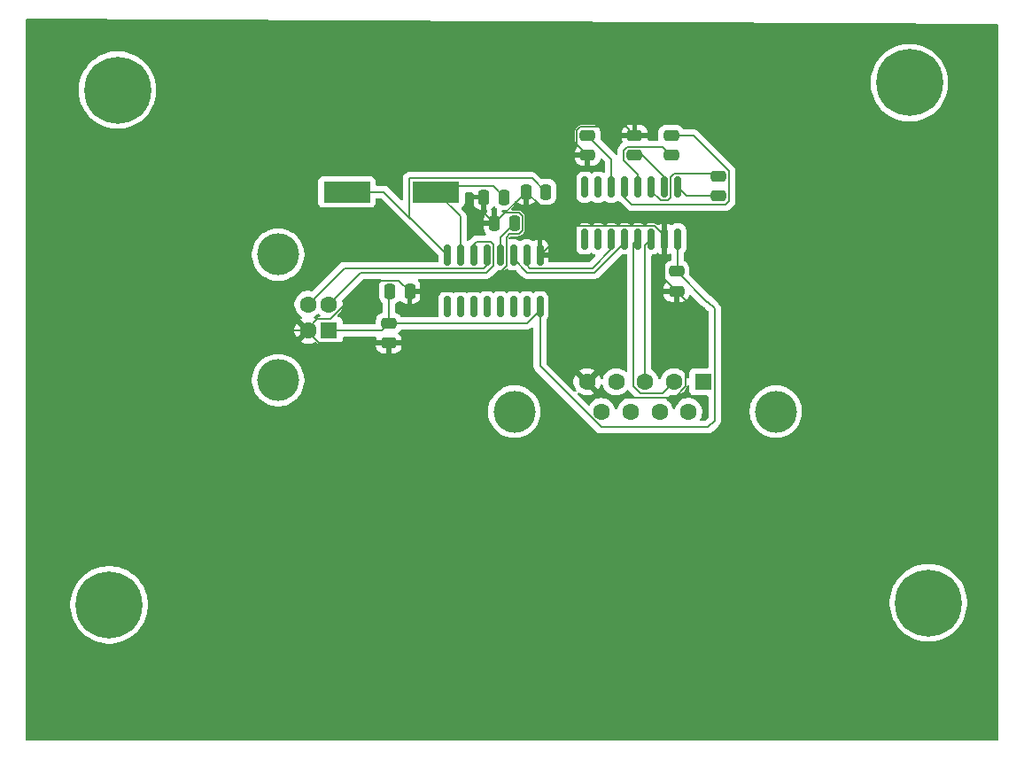
<source format=gbr>
%TF.GenerationSoftware,KiCad,Pcbnew,9.0.1*%
%TF.CreationDate,2025-05-14T18:29:24+05:30*%
%TF.ProjectId,usb,7573622e-6b69-4636-9164-5f7063625858,rev?*%
%TF.SameCoordinates,Original*%
%TF.FileFunction,Copper,L1,Top*%
%TF.FilePolarity,Positive*%
%FSLAX46Y46*%
G04 Gerber Fmt 4.6, Leading zero omitted, Abs format (unit mm)*
G04 Created by KiCad (PCBNEW 9.0.1) date 2025-05-14 18:29:24*
%MOMM*%
%LPD*%
G01*
G04 APERTURE LIST*
G04 Aperture macros list*
%AMRoundRect*
0 Rectangle with rounded corners*
0 $1 Rounding radius*
0 $2 $3 $4 $5 $6 $7 $8 $9 X,Y pos of 4 corners*
0 Add a 4 corners polygon primitive as box body*
4,1,4,$2,$3,$4,$5,$6,$7,$8,$9,$2,$3,0*
0 Add four circle primitives for the rounded corners*
1,1,$1+$1,$2,$3*
1,1,$1+$1,$4,$5*
1,1,$1+$1,$6,$7*
1,1,$1+$1,$8,$9*
0 Add four rect primitives between the rounded corners*
20,1,$1+$1,$2,$3,$4,$5,0*
20,1,$1+$1,$4,$5,$6,$7,0*
20,1,$1+$1,$6,$7,$8,$9,0*
20,1,$1+$1,$8,$9,$2,$3,0*%
G04 Aperture macros list end*
%TA.AperFunction,SMDPad,CuDef*%
%ADD10RoundRect,0.150000X-0.150000X0.825000X-0.150000X-0.825000X0.150000X-0.825000X0.150000X0.825000X0*%
%TD*%
%TA.AperFunction,SMDPad,CuDef*%
%ADD11RoundRect,0.250000X-0.250000X-0.475000X0.250000X-0.475000X0.250000X0.475000X-0.250000X0.475000X0*%
%TD*%
%TA.AperFunction,SMDPad,CuDef*%
%ADD12R,4.500000X2.000000*%
%TD*%
%TA.AperFunction,ComponentPad*%
%ADD13C,4.000000*%
%TD*%
%TA.AperFunction,ComponentPad*%
%ADD14R,1.600000X1.600000*%
%TD*%
%TA.AperFunction,ComponentPad*%
%ADD15C,1.600000*%
%TD*%
%TA.AperFunction,SMDPad,CuDef*%
%ADD16RoundRect,0.250000X-0.475000X0.250000X-0.475000X-0.250000X0.475000X-0.250000X0.475000X0.250000X0*%
%TD*%
%TA.AperFunction,ComponentPad*%
%ADD17C,0.800000*%
%TD*%
%TA.AperFunction,ComponentPad*%
%ADD18C,6.400000*%
%TD*%
%TA.AperFunction,Conductor*%
%ADD19C,0.200000*%
%TD*%
G04 APERTURE END LIST*
D10*
%TO.P,U1,1,GND*%
%TO.N,GND*%
X155675000Y-67550001D03*
%TO.P,U1,2,TXD*%
%TO.N,Net-(U1-TXD)*%
X154405000Y-67550001D03*
%TO.P,U1,3,RXD*%
%TO.N,Net-(U1-RXD)*%
X153135000Y-67550001D03*
%TO.P,U1,4,V3*%
%TO.N,Net-(U1-V3)*%
X151865000Y-67550001D03*
%TO.P,U1,5,UD+*%
%TO.N,/USB_D+*%
X150595000Y-67550001D03*
%TO.P,U1,6,UD-*%
%TO.N,/USB_D-*%
X149325000Y-67550001D03*
%TO.P,U1,7,XI*%
%TO.N,Net-(U1-XI)*%
X148055000Y-67550001D03*
%TO.P,U1,8,XO*%
%TO.N,Net-(U1-XO)*%
X146785000Y-67550001D03*
%TO.P,U1,9,~{CTS}*%
%TO.N,unconnected-(U1-~{CTS}-Pad9)*%
X146785000Y-72500001D03*
%TO.P,U1,10,~{DSR}*%
%TO.N,unconnected-(U1-~{DSR}-Pad10)*%
X148055000Y-72500001D03*
%TO.P,U1,11,~{RI}*%
%TO.N,unconnected-(U1-~{RI}-Pad11)*%
X149325000Y-72500001D03*
%TO.P,U1,12,~{DCD}*%
%TO.N,unconnected-(U1-~{DCD}-Pad12)*%
X150595000Y-72500001D03*
%TO.P,U1,13,~{DTR}*%
%TO.N,unconnected-(U1-~{DTR}-Pad13)*%
X151865000Y-72500001D03*
%TO.P,U1,14,~{RTS}*%
%TO.N,unconnected-(U1-~{RTS}-Pad14)*%
X153135000Y-72500001D03*
%TO.P,U1,15,R232*%
%TO.N,unconnected-(U1-R232-Pad15)*%
X154405000Y-72500001D03*
%TO.P,U1,16,VCC*%
%TO.N,+5V*%
X155675000Y-72500001D03*
%TD*%
D11*
%TO.P,C4,2*%
%TO.N,Net-(U1-XI)*%
X152230000Y-62025001D03*
%TO.P,C4,1*%
%TO.N,GND*%
X150330000Y-62025001D03*
%TD*%
%TO.P,C5,2*%
%TO.N,Net-(U1-XO)*%
X156230000Y-61525001D03*
%TO.P,C5,1*%
%TO.N,GND*%
X154330000Y-61525001D03*
%TD*%
D12*
%TO.P,Y1,2,2*%
%TO.N,Net-(U1-XO)*%
X137230000Y-61525001D03*
%TO.P,Y1,1,1*%
%TO.N,Net-(U1-XI)*%
X145730000Y-61525001D03*
%TD*%
D10*
%TO.P,U2,1,C1+*%
%TO.N,Net-(U2-C1+)*%
X168850000Y-61075001D03*
%TO.P,U2,2,VS+*%
%TO.N,Net-(U2-VS+)*%
X167580000Y-61075001D03*
%TO.P,U2,3,C1-*%
%TO.N,Net-(U2-C1-)*%
X166310000Y-61075001D03*
%TO.P,U2,4,C2+*%
%TO.N,Net-(U2-C2+)*%
X165040000Y-61075001D03*
%TO.P,U2,5,C2-*%
%TO.N,Net-(U2-C2-)*%
X163770000Y-61075001D03*
%TO.P,U2,6,VS-*%
%TO.N,Net-(U2-VS-)*%
X162500000Y-61075001D03*
%TO.P,U2,7,T2OUT*%
%TO.N,unconnected-(U2-T2OUT-Pad7)*%
X161230000Y-61075001D03*
%TO.P,U2,8,R2IN*%
%TO.N,unconnected-(U2-R2IN-Pad8)*%
X159960000Y-61075001D03*
%TO.P,U2,9,R2OUT*%
%TO.N,unconnected-(U2-R2OUT-Pad9)*%
X159960000Y-66025001D03*
%TO.P,U2,10,T2IN*%
%TO.N,unconnected-(U2-T2IN-Pad10)*%
X161230000Y-66025001D03*
%TO.P,U2,11,T1IN*%
%TO.N,Net-(U1-TXD)*%
X162500000Y-66025001D03*
%TO.P,U2,12,R1OUT*%
%TO.N,Net-(U1-RXD)*%
X163770000Y-66025001D03*
%TO.P,U2,13,R1IN*%
%TO.N,Net-(U2-R1IN)*%
X165040000Y-66025001D03*
%TO.P,U2,14,T1OUT*%
%TO.N,Net-(U2-T1OUT)*%
X166310000Y-66025001D03*
%TO.P,U2,15,GND*%
%TO.N,GND*%
X167580000Y-66025001D03*
%TO.P,U2,16,VCC*%
%TO.N,+5V*%
X168850000Y-66025001D03*
%TD*%
D13*
%TO.P,J2,0,PAD*%
%TO.N,unconnected-(J2-PAD-Pad0)_1*%
X153230000Y-82525001D03*
%TO.N,unconnected-(J2-PAD-Pad0)*%
X178230000Y-82525001D03*
D14*
%TO.P,J2,1,1*%
%TO.N,unconnected-(J2-Pad1)*%
X171270000Y-79685001D03*
D15*
%TO.P,J2,2,2*%
%TO.N,Net-(U2-R1IN)*%
X168500000Y-79685001D03*
%TO.P,J2,3,3*%
%TO.N,Net-(U2-T1OUT)*%
X165730000Y-79685001D03*
%TO.P,J2,4,4*%
%TO.N,unconnected-(J2-Pad4)*%
X162960000Y-79685001D03*
%TO.P,J2,5,5*%
%TO.N,GND*%
X160190000Y-79685001D03*
%TO.P,J2,6,6*%
%TO.N,unconnected-(J2-Pad6)*%
X169885000Y-82525001D03*
%TO.P,J2,7,7*%
%TO.N,unconnected-(J2-Pad7)*%
X167115000Y-82525001D03*
%TO.P,J2,8,8*%
%TO.N,unconnected-(J2-Pad8)*%
X164345000Y-82525001D03*
%TO.P,J2,9,9*%
%TO.N,unconnected-(J2-Pad9)*%
X161575000Y-82525001D03*
%TD*%
D16*
%TO.P,C10,1*%
%TO.N,Net-(U2-VS-)*%
X160230000Y-56125001D03*
%TO.P,C10,2*%
%TO.N,GND*%
X160230000Y-58025001D03*
%TD*%
%TO.P,C9,1*%
%TO.N,GND*%
X164730000Y-56125001D03*
%TO.P,C9,2*%
%TO.N,Net-(U2-VS+)*%
X164730000Y-58025001D03*
%TD*%
%TO.P,C8,1*%
%TO.N,Net-(U2-C2-)*%
X168230000Y-56125001D03*
%TO.P,C8,2*%
%TO.N,Net-(U2-C2+)*%
X168230000Y-58025001D03*
%TD*%
%TO.P,C7,1*%
%TO.N,Net-(U2-C1-)*%
X172730000Y-60025001D03*
%TO.P,C7,2*%
%TO.N,Net-(U2-C1+)*%
X172730000Y-61925001D03*
%TD*%
%TO.P,C6,1*%
%TO.N,+5V*%
X168730000Y-69125001D03*
%TO.P,C6,2*%
%TO.N,GND*%
X168730000Y-71025001D03*
%TD*%
D11*
%TO.P,C3,1*%
%TO.N,GND*%
X151330000Y-64525001D03*
%TO.P,C3,2*%
%TO.N,Net-(U1-V3)*%
X153230000Y-64525001D03*
%TD*%
%TO.P,C2,1*%
%TO.N,+5V*%
X141330000Y-71025001D03*
%TO.P,C2,2*%
%TO.N,GND*%
X143230000Y-71025001D03*
%TD*%
D16*
%TO.P,C1,1*%
%TO.N,+5V*%
X141230000Y-74075001D03*
%TO.P,C1,2*%
%TO.N,GND*%
X141230000Y-75975001D03*
%TD*%
D17*
%TO.P,H1,1,1*%
%TO.N,unconnected-(H1-Pad1)_6*%
X117702944Y-51802944D03*
%TO.N,unconnected-(H1-Pad1)_1*%
X117000000Y-53500000D03*
%TO.N,unconnected-(H1-Pad1)_2*%
X117000000Y-50105888D03*
%TO.N,unconnected-(H1-Pad1)_3*%
X115302944Y-54202944D03*
D18*
%TO.N,unconnected-(H1-Pad1)_7*%
X115302944Y-51802944D03*
D17*
%TO.N,unconnected-(H1-Pad1)_8*%
X115302944Y-49402944D03*
%TO.N,unconnected-(H1-Pad1)_5*%
X113605888Y-53500000D03*
%TO.N,unconnected-(H1-Pad1)*%
X113605888Y-50105888D03*
%TO.N,unconnected-(H1-Pad1)_4*%
X112902944Y-51802944D03*
%TD*%
%TO.P,H2,1,1*%
%TO.N,unconnected-(H2-Pad1)_8*%
X193400000Y-51100000D03*
%TO.N,unconnected-(H2-Pad1)_2*%
X192697056Y-52797056D03*
%TO.N,unconnected-(H2-Pad1)_4*%
X192697056Y-49402944D03*
%TO.N,unconnected-(H2-Pad1)_7*%
X191000000Y-53500000D03*
D18*
%TO.N,unconnected-(H2-Pad1)_5*%
X191000000Y-51100000D03*
D17*
%TO.N,unconnected-(H2-Pad1)_6*%
X191000000Y-48700000D03*
%TO.N,unconnected-(H2-Pad1)_3*%
X189302944Y-52797056D03*
%TO.N,unconnected-(H2-Pad1)*%
X189302944Y-49402944D03*
%TO.N,unconnected-(H2-Pad1)_1*%
X188600000Y-51100000D03*
%TD*%
%TO.P,H3,1,1*%
%TO.N,unconnected-(H3-Pad1)_4*%
X116900000Y-101000000D03*
%TO.N,unconnected-(H3-Pad1)_7*%
X116197056Y-102697056D03*
%TO.N,unconnected-(H3-Pad1)_8*%
X116197056Y-99302944D03*
%TO.N,unconnected-(H3-Pad1)*%
X114500000Y-103400000D03*
D18*
%TO.N,unconnected-(H3-Pad1)_2*%
X114500000Y-101000000D03*
D17*
%TO.N,unconnected-(H3-Pad1)_3*%
X114500000Y-98600000D03*
%TO.N,unconnected-(H3-Pad1)_5*%
X112802944Y-102697056D03*
%TO.N,unconnected-(H3-Pad1)_1*%
X112802944Y-99302944D03*
%TO.N,unconnected-(H3-Pad1)_6*%
X112100000Y-101000000D03*
%TD*%
%TO.P,H4,1,1*%
%TO.N,unconnected-(H4-Pad1)_6*%
X190402944Y-100802944D03*
%TO.N,unconnected-(H4-Pad1)_7*%
X191105888Y-99105888D03*
%TO.N,unconnected-(H4-Pad1)_1*%
X191105888Y-102500000D03*
%TO.N,unconnected-(H4-Pad1)_8*%
X192802944Y-98402944D03*
D18*
%TO.N,unconnected-(H4-Pad1)_3*%
X192802944Y-100802944D03*
D17*
%TO.N,unconnected-(H4-Pad1)_4*%
X192802944Y-103202944D03*
%TO.N,unconnected-(H4-Pad1)*%
X194500000Y-99105888D03*
%TO.N,unconnected-(H4-Pad1)_5*%
X194500000Y-102500000D03*
%TO.N,unconnected-(H4-Pad1)_2*%
X195202944Y-100802944D03*
%TD*%
D14*
%TO.P,J1,1,VBUS*%
%TO.N,+5V*%
X135517500Y-74775001D03*
D15*
%TO.P,J1,2,D-*%
%TO.N,/USB_D-*%
X135517500Y-72275001D03*
%TO.P,J1,3,D+*%
%TO.N,/USB_D+*%
X133517500Y-72275001D03*
%TO.P,J1,4,GND*%
%TO.N,GND*%
X133517500Y-74775001D03*
D13*
%TO.P,J1,5,Shield*%
%TO.N,unconnected-(J1-Shield-Pad5)_1*%
X130657500Y-79525001D03*
%TO.N,unconnected-(J1-Shield-Pad5)*%
X130657500Y-67525001D03*
%TD*%
D19*
%TO.N,GND*%
X122980000Y-60045001D02*
X125000000Y-58025001D01*
X122980000Y-74775001D02*
X122980000Y-60045001D01*
X160230000Y-58025001D02*
X125000000Y-58025001D01*
X125000000Y-58025001D02*
X124230000Y-58025001D01*
%TO.N,+5V*%
X171630000Y-72025001D02*
X168730000Y-69125001D01*
X171730000Y-72025001D02*
X171630000Y-72025001D01*
X172371000Y-72666001D02*
X171730000Y-72025001D01*
X172371000Y-83384001D02*
X172371000Y-72666001D01*
X171730000Y-84025001D02*
X172371000Y-83384001D01*
X161517950Y-84025001D02*
X171730000Y-84025001D01*
X155675000Y-78182051D02*
X161517950Y-84025001D01*
X155675000Y-72500001D02*
X155675000Y-78182051D01*
%TO.N,GND*%
X168555050Y-81187001D02*
X169601000Y-80141051D01*
X161692000Y-81187001D02*
X168555050Y-81187001D01*
X160190000Y-79685001D02*
X161692000Y-81187001D01*
X169601000Y-80141051D02*
X169601000Y-71896001D01*
X169601000Y-71896001D02*
X168730000Y-71025001D01*
%TO.N,Net-(U2-R1IN)*%
X164629000Y-80141051D02*
X164629000Y-66436001D01*
X164629000Y-66436001D02*
X165040000Y-66025001D01*
X165273950Y-80786001D02*
X164629000Y-80141051D01*
X167399000Y-80786001D02*
X165273950Y-80786001D01*
X168500000Y-79685001D02*
X167399000Y-80786001D01*
%TO.N,Net-(U2-T1OUT)*%
X165730000Y-79685001D02*
X165730000Y-66605001D01*
X165730000Y-66605001D02*
X166310000Y-66025001D01*
%TO.N,Net-(U2-C2-)*%
X173756000Y-62410161D02*
X173414160Y-62752001D01*
X173756000Y-59539841D02*
X173756000Y-62410161D01*
X173414160Y-62752001D02*
X164472001Y-62752001D01*
X170341160Y-56125001D02*
X173756000Y-59539841D01*
X164472001Y-62752001D02*
X163770000Y-62050000D01*
X168230000Y-56125001D02*
X170341160Y-56125001D01*
X163770000Y-62050000D02*
X163770000Y-61075001D01*
%TO.N,Net-(U2-C1-)*%
X166310000Y-61445001D02*
X166310000Y-61075001D01*
X167216000Y-62351001D02*
X166310000Y-61445001D01*
X167920968Y-62351001D02*
X167216000Y-62351001D01*
X168181000Y-60127033D02*
X168181000Y-62090969D01*
X168509032Y-59799001D02*
X168181000Y-60127033D01*
X168181000Y-62090969D02*
X167920968Y-62351001D01*
X172730000Y-60025001D02*
X172504000Y-59799001D01*
X172504000Y-59799001D02*
X168509032Y-59799001D01*
%TO.N,Net-(U2-C1+)*%
X172730000Y-61925001D02*
X169700000Y-61925001D01*
X169700000Y-61925001D02*
X168850000Y-61075001D01*
%TO.N,+5V*%
X168850000Y-69005001D02*
X168730000Y-69125001D01*
X168850000Y-66025001D02*
X168850000Y-69005001D01*
%TO.N,GND*%
X167580000Y-69875001D02*
X168730000Y-71025001D01*
X167580000Y-66025001D02*
X167580000Y-69875001D01*
%TO.N,Net-(U2-C2+)*%
X167429000Y-57224001D02*
X168230000Y-58025001D01*
X164019840Y-57224001D02*
X167429000Y-57224001D01*
X163704000Y-58510161D02*
X163704000Y-57539841D01*
X165040000Y-59846161D02*
X163704000Y-58510161D01*
X163704000Y-57539841D02*
X164019840Y-57224001D01*
X165040000Y-61075001D02*
X165040000Y-59846161D01*
%TO.N,GND*%
X159204000Y-55639841D02*
X159204000Y-56999001D01*
X159204000Y-56999001D02*
X160230000Y-58025001D01*
X159519840Y-55324001D02*
X159204000Y-55639841D01*
X163929000Y-55324001D02*
X159519840Y-55324001D01*
X164730000Y-56125001D02*
X163929000Y-55324001D01*
%TO.N,Net-(U2-VS+)*%
X167580000Y-60150001D02*
X167580000Y-61075001D01*
X165455000Y-58025001D02*
X167580000Y-60150001D01*
X164730000Y-58025001D02*
X165455000Y-58025001D01*
%TO.N,GND*%
X122980000Y-74775001D02*
X133517500Y-74775001D01*
%TO.N,Net-(U2-VS-)*%
X162500000Y-58395001D02*
X160230000Y-56125001D01*
X162500000Y-61075001D02*
X162500000Y-58395001D01*
%TO.N,GND*%
X167580000Y-65678033D02*
X167580000Y-66025001D01*
X166650968Y-64749001D02*
X167580000Y-65678033D01*
X158476000Y-64749001D02*
X166650968Y-64749001D01*
X155675000Y-67550001D02*
X158476000Y-64749001D01*
%TO.N,Net-(U1-TXD)*%
X160673999Y-68826001D02*
X162500000Y-67000000D01*
X154706001Y-68826001D02*
X160673999Y-68826001D01*
X162500000Y-67000000D02*
X162500000Y-66025001D01*
X154405000Y-68525000D02*
X154706001Y-68826001D01*
X154405000Y-67550001D02*
X154405000Y-68525000D01*
%TO.N,Net-(U1-RXD)*%
X163770000Y-66371969D02*
X163770000Y-66025001D01*
X154465032Y-69227001D02*
X160914968Y-69227001D01*
X153135000Y-67896969D02*
X154465032Y-69227001D01*
X160914968Y-69227001D02*
X163770000Y-66371969D01*
X153135000Y-67550001D02*
X153135000Y-67896969D01*
%TO.N,GND*%
X152356000Y-63499001D02*
X151330000Y-64525001D01*
X153715160Y-63499001D02*
X152356000Y-63499001D01*
X154031000Y-63814841D02*
X153715160Y-63499001D01*
X154031000Y-65235161D02*
X154031000Y-63814841D01*
X153715160Y-65551001D02*
X154031000Y-65235161D01*
X152771100Y-65551001D02*
X153715160Y-65551001D01*
X152466000Y-65856101D02*
X152771100Y-65551001D01*
X152466000Y-68565969D02*
X152466000Y-65856101D01*
X150006968Y-71025001D02*
X152466000Y-68565969D01*
X143230000Y-71025001D02*
X150006968Y-71025001D01*
%TO.N,Net-(U1-XI)*%
X146256000Y-60999001D02*
X145730000Y-61525001D01*
X151204000Y-60999001D02*
X146256000Y-60999001D01*
X152230000Y-62025001D02*
X151204000Y-60999001D01*
%TO.N,GND*%
X150330000Y-63525001D02*
X151330000Y-64525001D01*
X150330000Y-61525001D02*
X150330000Y-63525001D01*
X133517500Y-74573001D02*
X133517500Y-74775001D01*
X139350550Y-69999001D02*
X135675550Y-73674001D01*
X142204000Y-69999001D02*
X139350550Y-69999001D01*
X134416500Y-73674001D02*
X133517500Y-74573001D01*
X143230000Y-71025001D02*
X142204000Y-69999001D01*
X135675550Y-73674001D02*
X134416500Y-73674001D01*
%TO.N,+5V*%
X141230000Y-71125001D02*
X141330000Y-71025001D01*
X141230000Y-74075001D02*
X141230000Y-71125001D01*
%TO.N,GND*%
X151330000Y-64525001D02*
X154330000Y-61525001D01*
%TO.N,Net-(U1-V3)*%
X151865000Y-67550001D02*
X151865000Y-65890001D01*
X151865000Y-65890001D02*
X153230000Y-64525001D01*
%TO.N,GND*%
X155675000Y-62870001D02*
X154330000Y-61525001D01*
X155675000Y-67550001D02*
X155675000Y-62870001D01*
%TO.N,Net-(U1-XO)*%
X154929000Y-60224001D02*
X156230000Y-61525001D01*
X143179000Y-63944001D02*
X143179000Y-60224001D01*
X143179000Y-60224001D02*
X154929000Y-60224001D01*
X146785000Y-67550001D02*
X143179000Y-63944001D01*
%TO.N,Net-(U1-XI)*%
X148055000Y-63850001D02*
X145730000Y-61525001D01*
X148055000Y-67550001D02*
X148055000Y-63850001D01*
%TO.N,Net-(U1-XO)*%
X146785000Y-67550001D02*
X140760000Y-61525001D01*
X140760000Y-61525001D02*
X137230000Y-61525001D01*
%TO.N,+5V*%
X154446968Y-74075001D02*
X155675000Y-72846969D01*
X141230000Y-74075001D02*
X154446968Y-74075001D01*
X155675000Y-72846969D02*
X155675000Y-72500001D01*
%TO.N,GND*%
X134515500Y-75975001D02*
X141230000Y-75975001D01*
X133517500Y-74977001D02*
X134515500Y-75975001D01*
X133517500Y-74775001D02*
X133517500Y-74977001D01*
%TO.N,+5V*%
X140530000Y-74775001D02*
X141230000Y-74075001D01*
X135517500Y-74775001D02*
X140530000Y-74775001D01*
%TO.N,/USB_D-*%
X149626001Y-66274001D02*
X149325000Y-66575002D01*
X151196000Y-66534033D02*
X150935968Y-66274001D01*
X150935968Y-66274001D02*
X149626001Y-66274001D01*
X151196000Y-68565969D02*
X151196000Y-66534033D01*
X150534968Y-69227001D02*
X151196000Y-68565969D01*
X138565500Y-69227001D02*
X150534968Y-69227001D01*
X149325000Y-66575002D02*
X149325000Y-67550001D01*
X135517500Y-72275001D02*
X138565500Y-69227001D01*
%TO.N,/USB_D+*%
X150595000Y-68525000D02*
X150595000Y-67550001D01*
X136966500Y-68826001D02*
X150293999Y-68826001D01*
X150293999Y-68826001D02*
X150595000Y-68525000D01*
X133517500Y-72275001D02*
X136966500Y-68826001D01*
%TD*%
%TA.AperFunction,Conductor*%
%TO.N,GND*%
G36*
X169900211Y-80042474D02*
G01*
X169951687Y-80089718D01*
X169969500Y-80153752D01*
X169969500Y-80532870D01*
X169969501Y-80532877D01*
X169975908Y-80592484D01*
X170026202Y-80727329D01*
X170026206Y-80727336D01*
X170112452Y-80842545D01*
X170112455Y-80842548D01*
X170227664Y-80928794D01*
X170227671Y-80928798D01*
X170362517Y-80979092D01*
X170362516Y-80979092D01*
X170369444Y-80979836D01*
X170422127Y-80985501D01*
X171646500Y-80985500D01*
X171713539Y-81005185D01*
X171759294Y-81057988D01*
X171770500Y-81109500D01*
X171770500Y-83083904D01*
X171750815Y-83150943D01*
X171734181Y-83171585D01*
X171517584Y-83388182D01*
X171456261Y-83421667D01*
X171429903Y-83424501D01*
X171082345Y-83424501D01*
X171015306Y-83404816D01*
X170969551Y-83352012D01*
X170959607Y-83282854D01*
X170982026Y-83227616D01*
X170997287Y-83206611D01*
X171090220Y-83024220D01*
X171153477Y-82829535D01*
X171185500Y-82627353D01*
X171185500Y-82422649D01*
X171153477Y-82220467D01*
X171152068Y-82216132D01*
X171116118Y-82105488D01*
X171090220Y-82025782D01*
X171090218Y-82025779D01*
X171090218Y-82025777D01*
X171042210Y-81931557D01*
X170997287Y-81843391D01*
X170988772Y-81831671D01*
X170876971Y-81677787D01*
X170732213Y-81533029D01*
X170566613Y-81412716D01*
X170566612Y-81412715D01*
X170566610Y-81412714D01*
X170480903Y-81369044D01*
X170384223Y-81319782D01*
X170189534Y-81256523D01*
X170014995Y-81228879D01*
X169987352Y-81224501D01*
X169782648Y-81224501D01*
X169758329Y-81228352D01*
X169580465Y-81256523D01*
X169385776Y-81319782D01*
X169203386Y-81412716D01*
X169037786Y-81533029D01*
X168893028Y-81677787D01*
X168772715Y-81843387D01*
X168679781Y-82025777D01*
X168617931Y-82216132D01*
X168578493Y-82273807D01*
X168514134Y-82301005D01*
X168445288Y-82289090D01*
X168393812Y-82241846D01*
X168382069Y-82216132D01*
X168345945Y-82104957D01*
X168320220Y-82025782D01*
X168320218Y-82025779D01*
X168320218Y-82025777D01*
X168272210Y-81931557D01*
X168227287Y-81843391D01*
X168218772Y-81831671D01*
X168106971Y-81677787D01*
X167962219Y-81533035D01*
X167937089Y-81514777D01*
X167812657Y-81424372D01*
X167801241Y-81409568D01*
X167786277Y-81398367D01*
X167780349Y-81382476D01*
X167769992Y-81369044D01*
X167768392Y-81350417D01*
X167761859Y-81332902D01*
X167765464Y-81316327D01*
X167764013Y-81299431D01*
X167772735Y-81282898D01*
X167776710Y-81264629D01*
X167795903Y-81238989D01*
X167796618Y-81237635D01*
X167797787Y-81236449D01*
X167879520Y-81154717D01*
X167879521Y-81154714D01*
X168055158Y-80979076D01*
X168116479Y-80945593D01*
X168181151Y-80948826D01*
X168195466Y-80953478D01*
X168397648Y-80985501D01*
X168397649Y-80985501D01*
X168602351Y-80985501D01*
X168602352Y-80985501D01*
X168804534Y-80953478D01*
X168999219Y-80890221D01*
X169181610Y-80797288D01*
X169291303Y-80717592D01*
X169347213Y-80676972D01*
X169347215Y-80676969D01*
X169347219Y-80676967D01*
X169491966Y-80532220D01*
X169491968Y-80532216D01*
X169491971Y-80532214D01*
X169607764Y-80372836D01*
X169612287Y-80366611D01*
X169705220Y-80184220D01*
X169727570Y-80115433D01*
X169767006Y-80057759D01*
X169831364Y-80030560D01*
X169900211Y-80042474D01*
G37*
%TD.AperFunction*%
%TA.AperFunction,Conductor*%
G36*
X161269474Y-80410922D02*
G01*
X161301859Y-80366350D01*
X161394755Y-80184030D01*
X161456806Y-79993062D01*
X161496244Y-79935386D01*
X161560602Y-79908188D01*
X161629449Y-79920103D01*
X161680924Y-79967347D01*
X161692668Y-79993061D01*
X161754781Y-80184224D01*
X161847715Y-80366614D01*
X161968028Y-80532214D01*
X162112786Y-80676972D01*
X162202304Y-80742009D01*
X162278390Y-80797288D01*
X162367212Y-80842545D01*
X162460776Y-80890219D01*
X162460778Y-80890219D01*
X162460781Y-80890221D01*
X162565137Y-80924128D01*
X162655465Y-80953478D01*
X162756557Y-80969489D01*
X162857648Y-80985501D01*
X162857649Y-80985501D01*
X163062351Y-80985501D01*
X163062352Y-80985501D01*
X163264534Y-80953478D01*
X163459219Y-80890221D01*
X163641610Y-80797288D01*
X163751303Y-80717592D01*
X163807213Y-80676972D01*
X163807215Y-80676969D01*
X163807219Y-80676967D01*
X163951966Y-80532220D01*
X163958768Y-80522857D01*
X163973572Y-80511439D01*
X163984778Y-80496471D01*
X164000664Y-80490545D01*
X164014092Y-80480190D01*
X164032722Y-80478588D01*
X164050242Y-80472054D01*
X164066810Y-80475658D01*
X164083705Y-80474206D01*
X164100244Y-80482931D01*
X164118515Y-80486906D01*
X164144141Y-80506089D01*
X164145502Y-80506807D01*
X164146770Y-80508056D01*
X164148478Y-80509764D01*
X164148480Y-80509767D01*
X164260284Y-80621571D01*
X164260286Y-80621572D01*
X164267356Y-80628642D01*
X164671622Y-81032908D01*
X164705107Y-81094231D01*
X164700123Y-81163923D01*
X164658251Y-81219856D01*
X164592787Y-81244273D01*
X164564543Y-81243062D01*
X164474288Y-81228767D01*
X164447352Y-81224501D01*
X164242648Y-81224501D01*
X164218329Y-81228352D01*
X164040465Y-81256523D01*
X163845776Y-81319782D01*
X163663386Y-81412716D01*
X163497786Y-81533029D01*
X163353028Y-81677787D01*
X163232715Y-81843387D01*
X163139781Y-82025777D01*
X163077931Y-82216132D01*
X163038493Y-82273807D01*
X162974134Y-82301005D01*
X162905288Y-82289090D01*
X162853812Y-82241846D01*
X162842069Y-82216132D01*
X162805945Y-82104957D01*
X162780220Y-82025782D01*
X162780218Y-82025779D01*
X162780218Y-82025777D01*
X162732210Y-81931557D01*
X162687287Y-81843391D01*
X162678772Y-81831671D01*
X162566971Y-81677787D01*
X162422213Y-81533029D01*
X162256613Y-81412716D01*
X162256612Y-81412715D01*
X162256610Y-81412714D01*
X162170903Y-81369044D01*
X162074223Y-81319782D01*
X161879534Y-81256523D01*
X161704995Y-81228879D01*
X161677352Y-81224501D01*
X161472648Y-81224501D01*
X161448329Y-81228352D01*
X161270465Y-81256523D01*
X161075776Y-81319782D01*
X160893386Y-81412716D01*
X160727786Y-81533029D01*
X160583028Y-81677787D01*
X160462713Y-81843389D01*
X160446648Y-81874917D01*
X160398672Y-81925712D01*
X160330851Y-81942505D01*
X160264716Y-81919965D01*
X160248484Y-81906300D01*
X159271141Y-80928957D01*
X159237656Y-80867634D01*
X159242640Y-80797942D01*
X159284512Y-80742009D01*
X159349976Y-80717592D01*
X159418249Y-80732444D01*
X159431708Y-80740958D01*
X159508650Y-80796860D01*
X159690968Y-80889756D01*
X159885582Y-80952991D01*
X160087683Y-80985001D01*
X160292317Y-80985001D01*
X160494417Y-80952991D01*
X160689031Y-80889756D01*
X160871349Y-80796860D01*
X160915921Y-80764475D01*
X160319408Y-80167963D01*
X160382993Y-80150926D01*
X160497007Y-80085100D01*
X160590099Y-79992008D01*
X160655925Y-79877994D01*
X160672962Y-79814410D01*
X161269474Y-80410922D01*
G37*
%TD.AperFunction*%
%TA.AperFunction,Conductor*%
G36*
X163554306Y-67500501D02*
G01*
X163554314Y-67500501D01*
X163904500Y-67500501D01*
X163971539Y-67520186D01*
X164017294Y-67572990D01*
X164028500Y-67624501D01*
X164028500Y-78614954D01*
X164008815Y-78681993D01*
X163956011Y-78727748D01*
X163886853Y-78737692D01*
X163823297Y-78708667D01*
X163816819Y-78702635D01*
X163807213Y-78693029D01*
X163641613Y-78572716D01*
X163641612Y-78572715D01*
X163641610Y-78572714D01*
X163584653Y-78543692D01*
X163459223Y-78479782D01*
X163264534Y-78416523D01*
X163089995Y-78388879D01*
X163062352Y-78384501D01*
X162857648Y-78384501D01*
X162833329Y-78388352D01*
X162655465Y-78416523D01*
X162460776Y-78479782D01*
X162278386Y-78572716D01*
X162112786Y-78693029D01*
X161968028Y-78837787D01*
X161847715Y-79003387D01*
X161754781Y-79185777D01*
X161692668Y-79376940D01*
X161653230Y-79434615D01*
X161588871Y-79461813D01*
X161520025Y-79449898D01*
X161468549Y-79402653D01*
X161456806Y-79376940D01*
X161394755Y-79185969D01*
X161301859Y-79003651D01*
X161269474Y-78959078D01*
X161269474Y-78959077D01*
X160672962Y-79555590D01*
X160655925Y-79492008D01*
X160590099Y-79377994D01*
X160497007Y-79284902D01*
X160382993Y-79219076D01*
X160319408Y-79202038D01*
X160915922Y-78605525D01*
X160915921Y-78605524D01*
X160871359Y-78573148D01*
X160871350Y-78573142D01*
X160689031Y-78480245D01*
X160494417Y-78417010D01*
X160292317Y-78385001D01*
X160087683Y-78385001D01*
X159885582Y-78417010D01*
X159690968Y-78480245D01*
X159508644Y-78573144D01*
X159464077Y-78605524D01*
X159464077Y-78605525D01*
X160060591Y-79202038D01*
X159997007Y-79219076D01*
X159882993Y-79284902D01*
X159789901Y-79377994D01*
X159724075Y-79492008D01*
X159707037Y-79555592D01*
X159110524Y-78959078D01*
X159110523Y-78959078D01*
X159078143Y-79003645D01*
X158985244Y-79185969D01*
X158922009Y-79380583D01*
X158890000Y-79582683D01*
X158890000Y-79787318D01*
X158922009Y-79989418D01*
X158985244Y-80184032D01*
X159078140Y-80366350D01*
X159134042Y-80443292D01*
X159157522Y-80509099D01*
X159141697Y-80577153D01*
X159091591Y-80625848D01*
X159023113Y-80639723D01*
X158958004Y-80614374D01*
X158946043Y-80603859D01*
X156311819Y-77969635D01*
X156278334Y-77908312D01*
X156275500Y-77881954D01*
X156275500Y-73845809D01*
X156295185Y-73778770D01*
X156311820Y-73758127D01*
X156343076Y-73726871D01*
X156343081Y-73726866D01*
X156426744Y-73585399D01*
X156472598Y-73427570D01*
X156475500Y-73390695D01*
X156475500Y-71609307D01*
X156472598Y-71572432D01*
X156466083Y-71550009D01*
X156426745Y-71414607D01*
X156426744Y-71414604D01*
X156426744Y-71414603D01*
X156343081Y-71273136D01*
X156343079Y-71273134D01*
X156343076Y-71273130D01*
X156226870Y-71156924D01*
X156226862Y-71156918D01*
X156085396Y-71073256D01*
X156085393Y-71073255D01*
X155927573Y-71027403D01*
X155927567Y-71027402D01*
X155890701Y-71024501D01*
X155890694Y-71024501D01*
X155459306Y-71024501D01*
X155459298Y-71024501D01*
X155422432Y-71027402D01*
X155422426Y-71027403D01*
X155264606Y-71073255D01*
X155264603Y-71073256D01*
X155123137Y-71156918D01*
X155116969Y-71161703D01*
X155115072Y-71159257D01*
X155066358Y-71185858D01*
X154996666Y-71180874D01*
X154964296Y-71160070D01*
X154963031Y-71161703D01*
X154956862Y-71156918D01*
X154815396Y-71073256D01*
X154815393Y-71073255D01*
X154657573Y-71027403D01*
X154657567Y-71027402D01*
X154620701Y-71024501D01*
X154620694Y-71024501D01*
X154189306Y-71024501D01*
X154189298Y-71024501D01*
X154152432Y-71027402D01*
X154152426Y-71027403D01*
X153994606Y-71073255D01*
X153994603Y-71073256D01*
X153853137Y-71156918D01*
X153846969Y-71161703D01*
X153845072Y-71159257D01*
X153796358Y-71185858D01*
X153726666Y-71180874D01*
X153694296Y-71160070D01*
X153693031Y-71161703D01*
X153686862Y-71156918D01*
X153545396Y-71073256D01*
X153545393Y-71073255D01*
X153387573Y-71027403D01*
X153387567Y-71027402D01*
X153350701Y-71024501D01*
X153350694Y-71024501D01*
X152919306Y-71024501D01*
X152919298Y-71024501D01*
X152882432Y-71027402D01*
X152882426Y-71027403D01*
X152724606Y-71073255D01*
X152724603Y-71073256D01*
X152583137Y-71156918D01*
X152576969Y-71161703D01*
X152575072Y-71159257D01*
X152526358Y-71185858D01*
X152456666Y-71180874D01*
X152424296Y-71160070D01*
X152423031Y-71161703D01*
X152416862Y-71156918D01*
X152275396Y-71073256D01*
X152275393Y-71073255D01*
X152117573Y-71027403D01*
X152117567Y-71027402D01*
X152080701Y-71024501D01*
X152080694Y-71024501D01*
X151649306Y-71024501D01*
X151649298Y-71024501D01*
X151612432Y-71027402D01*
X151612426Y-71027403D01*
X151454606Y-71073255D01*
X151454603Y-71073256D01*
X151313137Y-71156918D01*
X151306969Y-71161703D01*
X151305072Y-71159257D01*
X151256358Y-71185858D01*
X151186666Y-71180874D01*
X151154296Y-71160070D01*
X151153031Y-71161703D01*
X151146862Y-71156918D01*
X151005396Y-71073256D01*
X151005393Y-71073255D01*
X150847573Y-71027403D01*
X150847567Y-71027402D01*
X150810701Y-71024501D01*
X150810694Y-71024501D01*
X150379306Y-71024501D01*
X150379298Y-71024501D01*
X150342432Y-71027402D01*
X150342426Y-71027403D01*
X150184606Y-71073255D01*
X150184603Y-71073256D01*
X150043137Y-71156918D01*
X150036969Y-71161703D01*
X150035072Y-71159257D01*
X149986358Y-71185858D01*
X149916666Y-71180874D01*
X149884296Y-71160070D01*
X149883031Y-71161703D01*
X149876862Y-71156918D01*
X149735396Y-71073256D01*
X149735393Y-71073255D01*
X149577573Y-71027403D01*
X149577567Y-71027402D01*
X149540701Y-71024501D01*
X149540694Y-71024501D01*
X149109306Y-71024501D01*
X149109298Y-71024501D01*
X149072432Y-71027402D01*
X149072426Y-71027403D01*
X148914606Y-71073255D01*
X148914603Y-71073256D01*
X148773137Y-71156918D01*
X148766969Y-71161703D01*
X148765072Y-71159257D01*
X148716358Y-71185858D01*
X148646666Y-71180874D01*
X148614296Y-71160070D01*
X148613031Y-71161703D01*
X148606862Y-71156918D01*
X148465396Y-71073256D01*
X148465393Y-71073255D01*
X148307573Y-71027403D01*
X148307567Y-71027402D01*
X148270701Y-71024501D01*
X148270694Y-71024501D01*
X147839306Y-71024501D01*
X147839298Y-71024501D01*
X147802432Y-71027402D01*
X147802426Y-71027403D01*
X147644606Y-71073255D01*
X147644603Y-71073256D01*
X147503137Y-71156918D01*
X147496969Y-71161703D01*
X147495072Y-71159257D01*
X147446358Y-71185858D01*
X147376666Y-71180874D01*
X147344296Y-71160070D01*
X147343031Y-71161703D01*
X147336862Y-71156918D01*
X147195396Y-71073256D01*
X147195393Y-71073255D01*
X147037573Y-71027403D01*
X147037567Y-71027402D01*
X147000701Y-71024501D01*
X147000694Y-71024501D01*
X146569306Y-71024501D01*
X146569298Y-71024501D01*
X146532432Y-71027402D01*
X146532426Y-71027403D01*
X146374606Y-71073255D01*
X146374603Y-71073256D01*
X146233137Y-71156918D01*
X146233129Y-71156924D01*
X146116923Y-71273130D01*
X146116917Y-71273138D01*
X146033255Y-71414604D01*
X146033254Y-71414607D01*
X145987402Y-71572427D01*
X145987401Y-71572433D01*
X145984500Y-71609299D01*
X145984500Y-73350501D01*
X145964815Y-73417540D01*
X145912011Y-73463295D01*
X145860500Y-73474501D01*
X142439798Y-73474501D01*
X142372759Y-73454816D01*
X142334259Y-73415598D01*
X142297712Y-73356345D01*
X142173656Y-73232289D01*
X142024334Y-73140187D01*
X141936743Y-73111162D01*
X141915495Y-73104121D01*
X141858050Y-73064348D01*
X141831228Y-72999832D01*
X141830500Y-72986415D01*
X141830500Y-72295909D01*
X141850185Y-72228870D01*
X141894271Y-72190364D01*
X141893187Y-72188606D01*
X141899332Y-72184815D01*
X141899334Y-72184815D01*
X142048656Y-72092713D01*
X142172712Y-71968657D01*
X142174752Y-71965348D01*
X142176745Y-71963556D01*
X142177193Y-71962990D01*
X142177289Y-71963066D01*
X142226694Y-71918624D01*
X142295656Y-71907396D01*
X142359740Y-71935235D01*
X142385829Y-71965340D01*
X142387681Y-71968342D01*
X142387683Y-71968345D01*
X142511654Y-72092316D01*
X142660875Y-72184357D01*
X142660880Y-72184359D01*
X142827302Y-72239506D01*
X142827309Y-72239507D01*
X142930019Y-72250000D01*
X143480000Y-72250000D01*
X143529972Y-72250000D01*
X143529986Y-72249999D01*
X143632697Y-72239506D01*
X143799119Y-72184359D01*
X143799124Y-72184357D01*
X143948345Y-72092316D01*
X144072315Y-71968346D01*
X144164356Y-71819125D01*
X144164358Y-71819120D01*
X144219505Y-71652698D01*
X144219506Y-71652691D01*
X144229999Y-71549987D01*
X144230000Y-71549974D01*
X144230000Y-71275001D01*
X143480000Y-71275001D01*
X143480000Y-72250000D01*
X142930019Y-72250000D01*
X142979999Y-72249999D01*
X142980000Y-72249999D01*
X142980000Y-71149001D01*
X142999685Y-71081962D01*
X143052489Y-71036207D01*
X143104000Y-71025001D01*
X143230000Y-71025001D01*
X143230000Y-70899001D01*
X143249685Y-70831962D01*
X143302489Y-70786207D01*
X143354000Y-70775001D01*
X144229999Y-70775001D01*
X144229999Y-70500029D01*
X144229998Y-70500014D01*
X144219505Y-70397303D01*
X144164358Y-70230881D01*
X144164356Y-70230876D01*
X144072315Y-70081655D01*
X144029842Y-70039182D01*
X143996357Y-69977859D01*
X144001341Y-69908167D01*
X144043213Y-69852234D01*
X144108677Y-69827817D01*
X144117523Y-69827501D01*
X150448299Y-69827501D01*
X150448315Y-69827502D01*
X150455911Y-69827502D01*
X150614022Y-69827502D01*
X150614025Y-69827502D01*
X150766753Y-69786578D01*
X150816872Y-69757640D01*
X150903684Y-69707521D01*
X151015488Y-69595717D01*
X151015488Y-69595715D01*
X151025696Y-69585508D01*
X151025698Y-69585505D01*
X151549922Y-69061280D01*
X151611243Y-69027797D01*
X151647338Y-69025346D01*
X151649306Y-69025501D01*
X151649314Y-69025501D01*
X152080686Y-69025501D01*
X152080694Y-69025501D01*
X152117569Y-69022599D01*
X152117571Y-69022598D01*
X152117573Y-69022598D01*
X152159191Y-69010506D01*
X152275398Y-68976745D01*
X152416865Y-68893082D01*
X152416870Y-68893076D01*
X152423031Y-68888299D01*
X152424933Y-68890751D01*
X152473579Y-68864156D01*
X152543274Y-68869105D01*
X152575695Y-68889941D01*
X152576969Y-68888299D01*
X152583132Y-68893079D01*
X152583135Y-68893082D01*
X152724602Y-68976745D01*
X152766224Y-68988837D01*
X152882426Y-69022598D01*
X152882429Y-69022598D01*
X152882431Y-69022599D01*
X152919306Y-69025501D01*
X152919314Y-69025501D01*
X153350686Y-69025501D01*
X153350694Y-69025501D01*
X153352655Y-69025346D01*
X153352965Y-69025411D01*
X153353132Y-69025405D01*
X153353133Y-69025446D01*
X153421032Y-69039702D01*
X153450078Y-69061282D01*
X153980171Y-69591375D01*
X153980181Y-69591386D01*
X153984511Y-69595716D01*
X153984512Y-69595717D01*
X154096316Y-69707521D01*
X154183127Y-69757640D01*
X154183129Y-69757642D01*
X154233245Y-69786577D01*
X154233247Y-69786578D01*
X154385974Y-69827501D01*
X154385975Y-69827501D01*
X160828299Y-69827501D01*
X160828315Y-69827502D01*
X160835911Y-69827502D01*
X160994022Y-69827502D01*
X160994025Y-69827502D01*
X161146753Y-69786578D01*
X161196872Y-69757640D01*
X161283684Y-69707521D01*
X161395488Y-69595717D01*
X161395488Y-69595715D01*
X161405696Y-69585508D01*
X161405698Y-69585505D01*
X163454922Y-67536280D01*
X163455329Y-67536058D01*
X163455556Y-67535650D01*
X163486008Y-67519306D01*
X163516243Y-67502797D01*
X163516845Y-67502756D01*
X163517120Y-67502609D01*
X163552338Y-67500346D01*
X163554306Y-67500501D01*
G37*
%TD.AperFunction*%
%TA.AperFunction,Conductor*%
G36*
X140508809Y-69847186D02*
G01*
X140554564Y-69899990D01*
X140564508Y-69969148D01*
X140535483Y-70032704D01*
X140529451Y-70039182D01*
X140487289Y-70081343D01*
X140395187Y-70230664D01*
X140395185Y-70230669D01*
X140395115Y-70230881D01*
X140340001Y-70397204D01*
X140340001Y-70397205D01*
X140340000Y-70397205D01*
X140329500Y-70499984D01*
X140329500Y-71550002D01*
X140329501Y-71550020D01*
X140340000Y-71652797D01*
X140340001Y-71652800D01*
X140380752Y-71775777D01*
X140395186Y-71819335D01*
X140487096Y-71968346D01*
X140487289Y-71968658D01*
X140593181Y-72074550D01*
X140626666Y-72135873D01*
X140629500Y-72162231D01*
X140629500Y-72986415D01*
X140609815Y-73053454D01*
X140557011Y-73099209D01*
X140544505Y-73104121D01*
X140435666Y-73140187D01*
X140435663Y-73140188D01*
X140286342Y-73232290D01*
X140162289Y-73356343D01*
X140070187Y-73505664D01*
X140070185Y-73505669D01*
X140047045Y-73575501D01*
X140015001Y-73672204D01*
X140015001Y-73672205D01*
X140015000Y-73672205D01*
X140004500Y-73774984D01*
X140004500Y-73774992D01*
X140004500Y-73927130D01*
X140004501Y-74050501D01*
X139984817Y-74117540D01*
X139932013Y-74163295D01*
X139880501Y-74174501D01*
X136941999Y-74174501D01*
X136874960Y-74154816D01*
X136829205Y-74102012D01*
X136817999Y-74050501D01*
X136817999Y-73927130D01*
X136817998Y-73927124D01*
X136811591Y-73867517D01*
X136761297Y-73732672D01*
X136761293Y-73732665D01*
X136675047Y-73617456D01*
X136675044Y-73617453D01*
X136559835Y-73531207D01*
X136559828Y-73531203D01*
X136424979Y-73480908D01*
X136419459Y-73479604D01*
X136358744Y-73445030D01*
X136326359Y-73383119D01*
X136332586Y-73313528D01*
X136362484Y-73271622D01*
X136361274Y-73270412D01*
X136434127Y-73197559D01*
X136509466Y-73122220D01*
X136509468Y-73122216D01*
X136509471Y-73122214D01*
X136622894Y-72966098D01*
X136629787Y-72956611D01*
X136722720Y-72774220D01*
X136785977Y-72579535D01*
X136818000Y-72377353D01*
X136818000Y-72172649D01*
X136785977Y-71970467D01*
X136781325Y-71956152D01*
X136779332Y-71886313D01*
X136811575Y-71830159D01*
X138777916Y-69863820D01*
X138839239Y-69830335D01*
X138865597Y-69827501D01*
X140441770Y-69827501D01*
X140508809Y-69847186D01*
G37*
%TD.AperFunction*%
%TA.AperFunction,Conductor*%
G36*
X134534415Y-73171476D02*
G01*
X134560834Y-73173366D01*
X134569818Y-73179140D01*
X134576816Y-73180655D01*
X134605088Y-73201774D01*
X134670281Y-73266967D01*
X134670775Y-73267326D01*
X134674614Y-73271157D01*
X134689180Y-73297769D01*
X134705759Y-73323184D01*
X134705792Y-73328118D01*
X134708161Y-73332446D01*
X134706027Y-73362709D01*
X134706234Y-73393052D01*
X134703594Y-73397220D01*
X134703248Y-73402143D01*
X134685089Y-73426451D01*
X134668861Y-73452086D01*
X134664386Y-73454166D01*
X134661434Y-73458119D01*
X134615543Y-73479603D01*
X134610022Y-73480907D01*
X134475171Y-73531203D01*
X134475164Y-73531207D01*
X134359957Y-73617452D01*
X134359950Y-73617458D01*
X134353265Y-73626389D01*
X134326659Y-73646303D01*
X134300634Y-73666971D01*
X134298803Y-73667154D01*
X134297329Y-73668258D01*
X134264165Y-73670628D01*
X134231113Y-73673943D01*
X134228802Y-73673155D01*
X134227638Y-73673239D01*
X134197706Y-73662559D01*
X134145122Y-73635766D01*
X134094326Y-73587791D01*
X134077531Y-73519970D01*
X134100068Y-73453835D01*
X134145121Y-73414796D01*
X134199110Y-73387288D01*
X134241700Y-73356345D01*
X134364713Y-73266972D01*
X134364715Y-73266969D01*
X134364719Y-73266967D01*
X134429819Y-73201867D01*
X134437707Y-73197559D01*
X134443088Y-73190357D01*
X134467896Y-73181075D01*
X134491142Y-73168382D01*
X134500108Y-73169023D01*
X134508528Y-73165873D01*
X134534415Y-73171476D01*
G37*
%TD.AperFunction*%
%TA.AperFunction,Conductor*%
G36*
X149214685Y-61602051D02*
G01*
X149223647Y-61600763D01*
X149247687Y-61611741D01*
X149273039Y-61619186D01*
X149278966Y-61626026D01*
X149287203Y-61629788D01*
X149301492Y-61652022D01*
X149318794Y-61671990D01*
X149321081Y-61682504D01*
X149324977Y-61688566D01*
X149330000Y-61723501D01*
X149330000Y-61775001D01*
X150206000Y-61775001D01*
X150273039Y-61794686D01*
X150318794Y-61847490D01*
X150330000Y-61899001D01*
X150330000Y-62025001D01*
X150456000Y-62025001D01*
X150523039Y-62044686D01*
X150568794Y-62097490D01*
X150580000Y-62149001D01*
X150580000Y-63250000D01*
X150611989Y-63281989D01*
X150645474Y-63343312D01*
X150640490Y-63413004D01*
X150611989Y-63457351D01*
X150487684Y-63581655D01*
X150395643Y-63730876D01*
X150395641Y-63730881D01*
X150340494Y-63897303D01*
X150340493Y-63897310D01*
X150330000Y-64000014D01*
X150330000Y-64275001D01*
X151080000Y-64275001D01*
X151080000Y-63300001D01*
X151048011Y-63268013D01*
X151044270Y-63261162D01*
X151037930Y-63256611D01*
X151027761Y-63230929D01*
X151014526Y-63206690D01*
X151015082Y-63198905D01*
X151012209Y-63191648D01*
X151017539Y-63164545D01*
X151019510Y-63136998D01*
X151024528Y-63129014D01*
X151025694Y-63123091D01*
X151043648Y-63098600D01*
X151046276Y-63094420D01*
X151190290Y-62944530D01*
X151209582Y-62933488D01*
X151226110Y-62918622D01*
X151239317Y-62916472D01*
X151250931Y-62909826D01*
X151273132Y-62910968D01*
X151295073Y-62907397D01*
X151307345Y-62912728D01*
X151320709Y-62913416D01*
X151338767Y-62926379D01*
X151359156Y-62935237D01*
X151372404Y-62950526D01*
X151377468Y-62954161D01*
X151379077Y-62958227D01*
X151385243Y-62965342D01*
X151387288Y-62968657D01*
X151511344Y-63092713D01*
X151548540Y-63115656D01*
X151595265Y-63167602D01*
X151606488Y-63236564D01*
X151580000Y-63297528D01*
X151580000Y-64401001D01*
X151560315Y-64468040D01*
X151507511Y-64513795D01*
X151456000Y-64525001D01*
X151330000Y-64525001D01*
X151330000Y-64651001D01*
X151310315Y-64718040D01*
X151257511Y-64763795D01*
X151206000Y-64775001D01*
X150330001Y-64775001D01*
X150330001Y-65049987D01*
X150340494Y-65152698D01*
X150395641Y-65319120D01*
X150395643Y-65319125D01*
X150487682Y-65468343D01*
X150491039Y-65472588D01*
X150517180Y-65537383D01*
X150504142Y-65606025D01*
X150456062Y-65656721D01*
X150393774Y-65673501D01*
X149712671Y-65673501D01*
X149712655Y-65673500D01*
X149705059Y-65673500D01*
X149546944Y-65673500D01*
X149470580Y-65693962D01*
X149394215Y-65714424D01*
X149394210Y-65714427D01*
X149257291Y-65793476D01*
X149257283Y-65793482D01*
X148956286Y-66094480D01*
X148956266Y-66094500D01*
X148954062Y-66096703D01*
X148921174Y-66119050D01*
X148921315Y-66119287D01*
X148917547Y-66121514D01*
X148915658Y-66122799D01*
X148914607Y-66123253D01*
X148842620Y-66165826D01*
X148774896Y-66183007D01*
X148708634Y-66160847D01*
X148664871Y-66106381D01*
X148655500Y-66059093D01*
X148655500Y-63939061D01*
X148655501Y-63939048D01*
X148655501Y-63770945D01*
X148644766Y-63730881D01*
X148614577Y-63618217D01*
X148593288Y-63581343D01*
X148535524Y-63481291D01*
X148535518Y-63481283D01*
X148209543Y-63155308D01*
X148176058Y-63093985D01*
X148181042Y-63024293D01*
X148222910Y-62968362D01*
X148337546Y-62882547D01*
X148423796Y-62767332D01*
X148474091Y-62632484D01*
X148480500Y-62572874D01*
X148480500Y-62549987D01*
X149330001Y-62549987D01*
X149340494Y-62652698D01*
X149395641Y-62819120D01*
X149395643Y-62819125D01*
X149487684Y-62968346D01*
X149611654Y-63092316D01*
X149760875Y-63184357D01*
X149760880Y-63184359D01*
X149927302Y-63239506D01*
X149927309Y-63239507D01*
X150030019Y-63250000D01*
X150079999Y-63249999D01*
X150080000Y-63249999D01*
X150080000Y-62275001D01*
X149330001Y-62275001D01*
X149330001Y-62549987D01*
X148480500Y-62549987D01*
X148480500Y-61723501D01*
X148500185Y-61656462D01*
X148552989Y-61610707D01*
X148604500Y-61599501D01*
X149206000Y-61599501D01*
X149214685Y-61602051D01*
G37*
%TD.AperFunction*%
%TA.AperFunction,Conductor*%
G36*
X152438796Y-63256380D02*
G01*
X152459643Y-63257430D01*
X152471645Y-63266026D01*
X152485809Y-63270185D01*
X152499476Y-63285957D01*
X152516447Y-63298112D01*
X152521897Y-63311832D01*
X152531564Y-63322989D01*
X152534534Y-63343646D01*
X152542240Y-63363046D01*
X152539406Y-63377534D01*
X152541508Y-63392147D01*
X152532837Y-63411133D01*
X152528832Y-63431617D01*
X152514067Y-63452233D01*
X152512483Y-63455703D01*
X152508581Y-63459893D01*
X152508282Y-63460312D01*
X152507377Y-63461255D01*
X152387288Y-63581345D01*
X152378332Y-63595864D01*
X152369218Y-63605372D01*
X152308615Y-63640143D01*
X152238833Y-63636630D01*
X152182029Y-63595948D01*
X152174168Y-63584657D01*
X152172319Y-63581660D01*
X152172316Y-63581656D01*
X152052841Y-63462181D01*
X152019356Y-63400858D01*
X152024340Y-63331166D01*
X152066212Y-63275233D01*
X152131676Y-63250816D01*
X152140503Y-63250500D01*
X152418770Y-63250500D01*
X152438796Y-63256380D01*
G37*
%TD.AperFunction*%
%TA.AperFunction,Conductor*%
G36*
X199376670Y-45499336D02*
G01*
X199443599Y-45519380D01*
X199489070Y-45572430D01*
X199500000Y-45623334D01*
X199500000Y-113876000D01*
X199480315Y-113943039D01*
X199427511Y-113988794D01*
X199376000Y-114000000D01*
X106624000Y-114000000D01*
X106556961Y-113980315D01*
X106511206Y-113927511D01*
X106500000Y-113876000D01*
X106500000Y-100818209D01*
X110799500Y-100818209D01*
X110799500Y-101181790D01*
X110835137Y-101543630D01*
X110906064Y-101900212D01*
X110906067Y-101900223D01*
X111011614Y-102248165D01*
X111150754Y-102584078D01*
X111150756Y-102584083D01*
X111322140Y-102904720D01*
X111322151Y-102904738D01*
X111524140Y-103207035D01*
X111524150Y-103207049D01*
X111754807Y-103488106D01*
X112011893Y-103745192D01*
X112011898Y-103745196D01*
X112011899Y-103745197D01*
X112292956Y-103975854D01*
X112595268Y-104177853D01*
X112595277Y-104177858D01*
X112595279Y-104177859D01*
X112915916Y-104349243D01*
X112915918Y-104349243D01*
X112915924Y-104349247D01*
X113251836Y-104488386D01*
X113599767Y-104593930D01*
X113599773Y-104593931D01*
X113599776Y-104593932D01*
X113599787Y-104593935D01*
X113956369Y-104664862D01*
X114318206Y-104700500D01*
X114318209Y-104700500D01*
X114681791Y-104700500D01*
X114681794Y-104700500D01*
X115043631Y-104664862D01*
X115113045Y-104651054D01*
X115400212Y-104593935D01*
X115400223Y-104593932D01*
X115400223Y-104593931D01*
X115400233Y-104593930D01*
X115748164Y-104488386D01*
X116084076Y-104349247D01*
X116404732Y-104177853D01*
X116707044Y-103975854D01*
X116988101Y-103745197D01*
X117245197Y-103488101D01*
X117475854Y-103207044D01*
X117677853Y-102904732D01*
X117849247Y-102584076D01*
X117988386Y-102248164D01*
X118093930Y-101900233D01*
X118093932Y-101900223D01*
X118093935Y-101900212D01*
X118164862Y-101543630D01*
X118184270Y-101346575D01*
X118200500Y-101181794D01*
X118200500Y-100818206D01*
X118181092Y-100621153D01*
X189102444Y-100621153D01*
X189102444Y-100984734D01*
X189138081Y-101346574D01*
X189209008Y-101703156D01*
X189209011Y-101703167D01*
X189314558Y-102051109D01*
X189453698Y-102387022D01*
X189453700Y-102387027D01*
X189625084Y-102707664D01*
X189625095Y-102707682D01*
X189827084Y-103009979D01*
X189827094Y-103009993D01*
X190057751Y-103291050D01*
X190314837Y-103548136D01*
X190314842Y-103548140D01*
X190314843Y-103548141D01*
X190595900Y-103778798D01*
X190898212Y-103980797D01*
X190898221Y-103980802D01*
X190898223Y-103980803D01*
X191218860Y-104152187D01*
X191218862Y-104152187D01*
X191218868Y-104152191D01*
X191554780Y-104291330D01*
X191902711Y-104396874D01*
X191902717Y-104396875D01*
X191902720Y-104396876D01*
X191902731Y-104396879D01*
X192259313Y-104467806D01*
X192621150Y-104503444D01*
X192621153Y-104503444D01*
X192984735Y-104503444D01*
X192984738Y-104503444D01*
X193346575Y-104467806D01*
X193415989Y-104453998D01*
X193703156Y-104396879D01*
X193703167Y-104396876D01*
X193703167Y-104396875D01*
X193703177Y-104396874D01*
X194051108Y-104291330D01*
X194387020Y-104152191D01*
X194707676Y-103980797D01*
X195009988Y-103778798D01*
X195291045Y-103548141D01*
X195548141Y-103291045D01*
X195778798Y-103009988D01*
X195980797Y-102707676D01*
X196152191Y-102387020D01*
X196291330Y-102051108D01*
X196396874Y-101703177D01*
X196396876Y-101703167D01*
X196396879Y-101703156D01*
X196467806Y-101346574D01*
X196503444Y-100984738D01*
X196503444Y-100621150D01*
X196467806Y-100259313D01*
X196436075Y-100099787D01*
X196396879Y-99902731D01*
X196396876Y-99902720D01*
X196396875Y-99902717D01*
X196396874Y-99902711D01*
X196291330Y-99554780D01*
X196152191Y-99218868D01*
X196086131Y-99095279D01*
X195980803Y-98898223D01*
X195980802Y-98898221D01*
X195980797Y-98898212D01*
X195778798Y-98595900D01*
X195548141Y-98314843D01*
X195548140Y-98314842D01*
X195548136Y-98314837D01*
X195291050Y-98057751D01*
X195009993Y-97827094D01*
X195009992Y-97827093D01*
X195009988Y-97827090D01*
X194707676Y-97625091D01*
X194707671Y-97625088D01*
X194707664Y-97625084D01*
X194387027Y-97453700D01*
X194387022Y-97453698D01*
X194051109Y-97314558D01*
X193703167Y-97209011D01*
X193703156Y-97209008D01*
X193346574Y-97138081D01*
X193074055Y-97111240D01*
X192984738Y-97102444D01*
X192621150Y-97102444D01*
X192538623Y-97110572D01*
X192259313Y-97138081D01*
X191902731Y-97209008D01*
X191902720Y-97209011D01*
X191554778Y-97314558D01*
X191218865Y-97453698D01*
X191218860Y-97453700D01*
X190898223Y-97625084D01*
X190898205Y-97625095D01*
X190595908Y-97827084D01*
X190595894Y-97827094D01*
X190314837Y-98057751D01*
X190057751Y-98314837D01*
X189827094Y-98595894D01*
X189827084Y-98595908D01*
X189625095Y-98898205D01*
X189625084Y-98898223D01*
X189453700Y-99218860D01*
X189453698Y-99218865D01*
X189314558Y-99554778D01*
X189209011Y-99902720D01*
X189209008Y-99902731D01*
X189138081Y-100259313D01*
X189102444Y-100621153D01*
X118181092Y-100621153D01*
X118164862Y-100456369D01*
X118093935Y-100099787D01*
X118093932Y-100099776D01*
X118093931Y-100099773D01*
X118093930Y-100099767D01*
X117988386Y-99751836D01*
X117849247Y-99415924D01*
X117743918Y-99218868D01*
X117677859Y-99095279D01*
X117677858Y-99095277D01*
X117677853Y-99095268D01*
X117475854Y-98792956D01*
X117245197Y-98511899D01*
X117245196Y-98511898D01*
X117245192Y-98511893D01*
X116988106Y-98254807D01*
X116707049Y-98024150D01*
X116707048Y-98024149D01*
X116707044Y-98024146D01*
X116404732Y-97822147D01*
X116404727Y-97822144D01*
X116404720Y-97822140D01*
X116084083Y-97650756D01*
X116084078Y-97650754D01*
X115748165Y-97511614D01*
X115400223Y-97406067D01*
X115400212Y-97406064D01*
X115043630Y-97335137D01*
X114771111Y-97308296D01*
X114681794Y-97299500D01*
X114318206Y-97299500D01*
X114235679Y-97307628D01*
X113956369Y-97335137D01*
X113599787Y-97406064D01*
X113599776Y-97406067D01*
X113251834Y-97511614D01*
X112915921Y-97650754D01*
X112915916Y-97650756D01*
X112595279Y-97822140D01*
X112595261Y-97822151D01*
X112292964Y-98024140D01*
X112292950Y-98024150D01*
X112011893Y-98254807D01*
X111754807Y-98511893D01*
X111524150Y-98792950D01*
X111524140Y-98792964D01*
X111322151Y-99095261D01*
X111322140Y-99095279D01*
X111150756Y-99415916D01*
X111150754Y-99415921D01*
X111011614Y-99751834D01*
X110906067Y-100099776D01*
X110906064Y-100099787D01*
X110835137Y-100456369D01*
X110799500Y-100818209D01*
X106500000Y-100818209D01*
X106500000Y-82384569D01*
X150729500Y-82384569D01*
X150729500Y-82665432D01*
X150760942Y-82944495D01*
X150760945Y-82944513D01*
X150823439Y-83218318D01*
X150823443Y-83218330D01*
X150916200Y-83483412D01*
X151038053Y-83736443D01*
X151038055Y-83736446D01*
X151187477Y-83974249D01*
X151362584Y-84193826D01*
X151561175Y-84392417D01*
X151780752Y-84567524D01*
X152018555Y-84716946D01*
X152271592Y-84838802D01*
X152470680Y-84908466D01*
X152536670Y-84931557D01*
X152536682Y-84931561D01*
X152810491Y-84994056D01*
X152810497Y-84994056D01*
X152810505Y-84994058D01*
X152996547Y-85015019D01*
X153089569Y-85025500D01*
X153089572Y-85025501D01*
X153089575Y-85025501D01*
X153370428Y-85025501D01*
X153370429Y-85025500D01*
X153513055Y-85009430D01*
X153649494Y-84994058D01*
X153649499Y-84994057D01*
X153649509Y-84994056D01*
X153923318Y-84931561D01*
X154188408Y-84838802D01*
X154441445Y-84716946D01*
X154679248Y-84567524D01*
X154898825Y-84392417D01*
X155097416Y-84193826D01*
X155272523Y-83974249D01*
X155421945Y-83736446D01*
X155543801Y-83483409D01*
X155636560Y-83218319D01*
X155699055Y-82944510D01*
X155712010Y-82829535D01*
X155717679Y-82779216D01*
X155730500Y-82665426D01*
X155730500Y-82384576D01*
X155714418Y-82241846D01*
X155699057Y-82105506D01*
X155699054Y-82105488D01*
X155673620Y-81994056D01*
X155636560Y-81831683D01*
X155543801Y-81566593D01*
X155421945Y-81313556D01*
X155272523Y-81075753D01*
X155097416Y-80856176D01*
X154898825Y-80657585D01*
X154679248Y-80482478D01*
X154441445Y-80333056D01*
X154441442Y-80333054D01*
X154188411Y-80211201D01*
X153923329Y-80118444D01*
X153923317Y-80118440D01*
X153649512Y-80055946D01*
X153649494Y-80055943D01*
X153370431Y-80024501D01*
X153370425Y-80024501D01*
X153089575Y-80024501D01*
X153089568Y-80024501D01*
X152810505Y-80055943D01*
X152810487Y-80055946D01*
X152536682Y-80118440D01*
X152536670Y-80118444D01*
X152271588Y-80211201D01*
X152018557Y-80333054D01*
X151780753Y-80482477D01*
X151561175Y-80657584D01*
X151362583Y-80856176D01*
X151187476Y-81075754D01*
X151038053Y-81313558D01*
X150916200Y-81566589D01*
X150823443Y-81831671D01*
X150823439Y-81831683D01*
X150760945Y-82105488D01*
X150760942Y-82105506D01*
X150729500Y-82384569D01*
X106500000Y-82384569D01*
X106500000Y-79384569D01*
X128157000Y-79384569D01*
X128157000Y-79665432D01*
X128188442Y-79944495D01*
X128188445Y-79944513D01*
X128250939Y-80218318D01*
X128250943Y-80218330D01*
X128343700Y-80483412D01*
X128465553Y-80736443D01*
X128465555Y-80736446D01*
X128614977Y-80974249D01*
X128790084Y-81193826D01*
X128988675Y-81392417D01*
X129208252Y-81567524D01*
X129446055Y-81716946D01*
X129699092Y-81838802D01*
X129891990Y-81906300D01*
X129964170Y-81931557D01*
X129964182Y-81931561D01*
X130237991Y-81994056D01*
X130237997Y-81994056D01*
X130238005Y-81994058D01*
X130424047Y-82015019D01*
X130517069Y-82025500D01*
X130517072Y-82025501D01*
X130517075Y-82025501D01*
X130797928Y-82025501D01*
X130797929Y-82025500D01*
X130940555Y-82009430D01*
X131076994Y-81994058D01*
X131076999Y-81994057D01*
X131077009Y-81994056D01*
X131350818Y-81931561D01*
X131615908Y-81838802D01*
X131868945Y-81716946D01*
X132106748Y-81567524D01*
X132326325Y-81392417D01*
X132524916Y-81193826D01*
X132700023Y-80974249D01*
X132849445Y-80736446D01*
X132971301Y-80483409D01*
X133064060Y-80218319D01*
X133126555Y-79944510D01*
X133130648Y-79908188D01*
X133155794Y-79685001D01*
X133158000Y-79665426D01*
X133158000Y-79384576D01*
X133146587Y-79283286D01*
X133126557Y-79105506D01*
X133126554Y-79105488D01*
X133103310Y-79003651D01*
X133064060Y-78831683D01*
X132971301Y-78566593D01*
X132849445Y-78313556D01*
X132700023Y-78075753D01*
X132524916Y-77856176D01*
X132326325Y-77657585D01*
X132106748Y-77482478D01*
X131868945Y-77333056D01*
X131868942Y-77333054D01*
X131615911Y-77211201D01*
X131350829Y-77118444D01*
X131350817Y-77118440D01*
X131077012Y-77055946D01*
X131076994Y-77055943D01*
X130797931Y-77024501D01*
X130797925Y-77024501D01*
X130517075Y-77024501D01*
X130517068Y-77024501D01*
X130238005Y-77055943D01*
X130237987Y-77055946D01*
X129964182Y-77118440D01*
X129964170Y-77118444D01*
X129699088Y-77211201D01*
X129446057Y-77333054D01*
X129208253Y-77482477D01*
X128988675Y-77657584D01*
X128790083Y-77856176D01*
X128614976Y-78075754D01*
X128465553Y-78313558D01*
X128343700Y-78566589D01*
X128250943Y-78831671D01*
X128250939Y-78831683D01*
X128188445Y-79105488D01*
X128188442Y-79105506D01*
X128157000Y-79384569D01*
X106500000Y-79384569D01*
X106500000Y-76274987D01*
X140005001Y-76274987D01*
X140015494Y-76377698D01*
X140070641Y-76544120D01*
X140070643Y-76544125D01*
X140162684Y-76693346D01*
X140286654Y-76817316D01*
X140435875Y-76909357D01*
X140435880Y-76909359D01*
X140602302Y-76964506D01*
X140602309Y-76964507D01*
X140705019Y-76975000D01*
X140979999Y-76975000D01*
X141480000Y-76975000D01*
X141754972Y-76975000D01*
X141754986Y-76974999D01*
X141857697Y-76964506D01*
X142024119Y-76909359D01*
X142024124Y-76909357D01*
X142173345Y-76817316D01*
X142297315Y-76693346D01*
X142389356Y-76544125D01*
X142389358Y-76544120D01*
X142444505Y-76377698D01*
X142444506Y-76377691D01*
X142454999Y-76274987D01*
X142455000Y-76274974D01*
X142455000Y-76225001D01*
X141480000Y-76225001D01*
X141480000Y-76975000D01*
X140979999Y-76975000D01*
X140980000Y-76974999D01*
X140980000Y-76225001D01*
X140005001Y-76225001D01*
X140005001Y-76274987D01*
X106500000Y-76274987D01*
X106500000Y-72172649D01*
X132217000Y-72172649D01*
X132217000Y-72377352D01*
X132249022Y-72579535D01*
X132312281Y-72774224D01*
X132405215Y-72956614D01*
X132525528Y-73122214D01*
X132670286Y-73266972D01*
X132835885Y-73387285D01*
X132835887Y-73387286D01*
X132835890Y-73387288D01*
X132889878Y-73414796D01*
X132940674Y-73462770D01*
X132957469Y-73530591D01*
X132934932Y-73596726D01*
X132889878Y-73635766D01*
X132836144Y-73663144D01*
X132791577Y-73695524D01*
X132791577Y-73695525D01*
X133408502Y-74312450D01*
X133334157Y-74332371D01*
X133225843Y-74394906D01*
X133137405Y-74483344D01*
X133074870Y-74591658D01*
X133054949Y-74666003D01*
X132438024Y-74049078D01*
X132438023Y-74049078D01*
X132405643Y-74093645D01*
X132312744Y-74275969D01*
X132249509Y-74470583D01*
X132217500Y-74672683D01*
X132217500Y-74877318D01*
X132249509Y-75079418D01*
X132312744Y-75274032D01*
X132405641Y-75456351D01*
X132405647Y-75456360D01*
X132438023Y-75500922D01*
X132438024Y-75500923D01*
X133054949Y-74883998D01*
X133074870Y-74958344D01*
X133137405Y-75066658D01*
X133225843Y-75155096D01*
X133334157Y-75217631D01*
X133408501Y-75237551D01*
X132791576Y-75854475D01*
X132836150Y-75886860D01*
X133018468Y-75979756D01*
X133213082Y-76042991D01*
X133415183Y-76075001D01*
X133619817Y-76075001D01*
X133821917Y-76042991D01*
X134016531Y-75979756D01*
X134197706Y-75887442D01*
X134266375Y-75874546D01*
X134331115Y-75900822D01*
X134353267Y-75923615D01*
X134359950Y-75932543D01*
X134359952Y-75932545D01*
X134359954Y-75932547D01*
X134359957Y-75932549D01*
X134475164Y-76018794D01*
X134475171Y-76018798D01*
X134610017Y-76069092D01*
X134610016Y-76069092D01*
X134616944Y-76069836D01*
X134669627Y-76075501D01*
X136365372Y-76075500D01*
X136424983Y-76069092D01*
X136456179Y-76057457D01*
X136559828Y-76018798D01*
X136559827Y-76018798D01*
X136559831Y-76018797D01*
X136675046Y-75932547D01*
X136761296Y-75817332D01*
X136811591Y-75682484D01*
X136818000Y-75622874D01*
X136818000Y-75499501D01*
X136837685Y-75432462D01*
X136890489Y-75386707D01*
X136942000Y-75375501D01*
X139908989Y-75375501D01*
X139976028Y-75395186D01*
X140021783Y-75447990D01*
X140031727Y-75517148D01*
X140026695Y-75538506D01*
X140015494Y-75572306D01*
X140015493Y-75572310D01*
X140005000Y-75675014D01*
X140005000Y-75725001D01*
X142454999Y-75725001D01*
X142454999Y-75675029D01*
X142454998Y-75675014D01*
X142444505Y-75572303D01*
X142389358Y-75405881D01*
X142389356Y-75405876D01*
X142297315Y-75256655D01*
X142173344Y-75132684D01*
X142173341Y-75132682D01*
X142170339Y-75130830D01*
X142168713Y-75129022D01*
X142167677Y-75128203D01*
X142167817Y-75128025D01*
X142123617Y-75078881D01*
X142112397Y-75009918D01*
X142140243Y-74945837D01*
X142170344Y-74919755D01*
X142173656Y-74917713D01*
X142297712Y-74793657D01*
X142334259Y-74734403D01*
X142386207Y-74687680D01*
X142439798Y-74675501D01*
X154360299Y-74675501D01*
X154360315Y-74675502D01*
X154367911Y-74675502D01*
X154526022Y-74675502D01*
X154526025Y-74675502D01*
X154678753Y-74634578D01*
X154728872Y-74605640D01*
X154815684Y-74555521D01*
X154869542Y-74501662D01*
X154877212Y-74496043D01*
X154901486Y-74487271D01*
X154924141Y-74474901D01*
X154933809Y-74475592D01*
X154942924Y-74472299D01*
X154968087Y-74478043D01*
X154993832Y-74479885D01*
X155001590Y-74485692D01*
X155011040Y-74487850D01*
X155029104Y-74506289D01*
X155049766Y-74521756D01*
X155053152Y-74530836D01*
X155059936Y-74537760D01*
X155065163Y-74563037D01*
X155074184Y-74587220D01*
X155074500Y-74596067D01*
X155074500Y-78095381D01*
X155074499Y-78095399D01*
X155074499Y-78261105D01*
X155074498Y-78261105D01*
X155115423Y-78413836D01*
X155116973Y-78416520D01*
X155116976Y-78416526D01*
X155194477Y-78550763D01*
X155194481Y-78550768D01*
X155313349Y-78669636D01*
X155313355Y-78669641D01*
X161033089Y-84389375D01*
X161033099Y-84389386D01*
X161037429Y-84393716D01*
X161037430Y-84393717D01*
X161149234Y-84505521D01*
X161236045Y-84555640D01*
X161236047Y-84555642D01*
X161274101Y-84577612D01*
X161286165Y-84584578D01*
X161438893Y-84625501D01*
X161597007Y-84625501D01*
X171643331Y-84625501D01*
X171643347Y-84625502D01*
X171650943Y-84625502D01*
X171809054Y-84625502D01*
X171809057Y-84625502D01*
X171961785Y-84584578D01*
X172011904Y-84555640D01*
X172098716Y-84505521D01*
X172210520Y-84393717D01*
X172210520Y-84393715D01*
X172220728Y-84383508D01*
X172220730Y-84383505D01*
X172729506Y-83874729D01*
X172729511Y-83874725D01*
X172739714Y-83864521D01*
X172739716Y-83864521D01*
X172851520Y-83752717D01*
X172907195Y-83656285D01*
X172930577Y-83615786D01*
X172971501Y-83463058D01*
X172971501Y-83304944D01*
X172971501Y-83297349D01*
X172971500Y-83297331D01*
X172971500Y-82384569D01*
X175729500Y-82384569D01*
X175729500Y-82665432D01*
X175760942Y-82944495D01*
X175760945Y-82944513D01*
X175823439Y-83218318D01*
X175823443Y-83218330D01*
X175916200Y-83483412D01*
X176038053Y-83736443D01*
X176038055Y-83736446D01*
X176187477Y-83974249D01*
X176362584Y-84193826D01*
X176561175Y-84392417D01*
X176780752Y-84567524D01*
X177018555Y-84716946D01*
X177271592Y-84838802D01*
X177470680Y-84908466D01*
X177536670Y-84931557D01*
X177536682Y-84931561D01*
X177810491Y-84994056D01*
X177810497Y-84994056D01*
X177810505Y-84994058D01*
X177996547Y-85015019D01*
X178089569Y-85025500D01*
X178089572Y-85025501D01*
X178089575Y-85025501D01*
X178370428Y-85025501D01*
X178370429Y-85025500D01*
X178513055Y-85009430D01*
X178649494Y-84994058D01*
X178649499Y-84994057D01*
X178649509Y-84994056D01*
X178923318Y-84931561D01*
X179188408Y-84838802D01*
X179441445Y-84716946D01*
X179679248Y-84567524D01*
X179898825Y-84392417D01*
X180097416Y-84193826D01*
X180272523Y-83974249D01*
X180421945Y-83736446D01*
X180543801Y-83483409D01*
X180636560Y-83218319D01*
X180699055Y-82944510D01*
X180712010Y-82829535D01*
X180717679Y-82779216D01*
X180730500Y-82665426D01*
X180730500Y-82384576D01*
X180714418Y-82241846D01*
X180699057Y-82105506D01*
X180699054Y-82105488D01*
X180673620Y-81994056D01*
X180636560Y-81831683D01*
X180543801Y-81566593D01*
X180421945Y-81313556D01*
X180272523Y-81075753D01*
X180097416Y-80856176D01*
X179898825Y-80657585D01*
X179679248Y-80482478D01*
X179441445Y-80333056D01*
X179441442Y-80333054D01*
X179188411Y-80211201D01*
X178923329Y-80118444D01*
X178923317Y-80118440D01*
X178649512Y-80055946D01*
X178649494Y-80055943D01*
X178370431Y-80024501D01*
X178370425Y-80024501D01*
X178089575Y-80024501D01*
X178089568Y-80024501D01*
X177810505Y-80055943D01*
X177810487Y-80055946D01*
X177536682Y-80118440D01*
X177536670Y-80118444D01*
X177271588Y-80211201D01*
X177018557Y-80333054D01*
X176780753Y-80482477D01*
X176561175Y-80657584D01*
X176362583Y-80856176D01*
X176187476Y-81075754D01*
X176038053Y-81313558D01*
X175916200Y-81566589D01*
X175823443Y-81831671D01*
X175823439Y-81831683D01*
X175760945Y-82105488D01*
X175760942Y-82105506D01*
X175729500Y-82384569D01*
X172971500Y-82384569D01*
X172971500Y-72755060D01*
X172971501Y-72755047D01*
X172971501Y-72586946D01*
X172971501Y-72586944D01*
X172930577Y-72434216D01*
X172897747Y-72377353D01*
X172851520Y-72297285D01*
X172739716Y-72185481D01*
X172739715Y-72185480D01*
X172735385Y-72181150D01*
X172735374Y-72181140D01*
X172217590Y-71663356D01*
X172217588Y-71663353D01*
X172098717Y-71544482D01*
X172098709Y-71544476D01*
X172015980Y-71496713D01*
X172015971Y-71496709D01*
X172010789Y-71493717D01*
X171961785Y-71465424D01*
X171926408Y-71455944D01*
X171917056Y-71451688D01*
X171902372Y-71438997D01*
X171880743Y-71426509D01*
X169990097Y-69535863D01*
X169956612Y-69474540D01*
X169954420Y-69435578D01*
X169955500Y-69425010D01*
X169955499Y-68824993D01*
X169944999Y-68722204D01*
X169889814Y-68555667D01*
X169797712Y-68406345D01*
X169673656Y-68282289D01*
X169524334Y-68190187D01*
X169524331Y-68190186D01*
X169524323Y-68190181D01*
X169522085Y-68189137D01*
X169520808Y-68188013D01*
X169518187Y-68186396D01*
X169518463Y-68185947D01*
X169469650Y-68142960D01*
X169450500Y-68076760D01*
X169450500Y-67370809D01*
X169470185Y-67303770D01*
X169486820Y-67283127D01*
X169518076Y-67251871D01*
X169518081Y-67251866D01*
X169601744Y-67110399D01*
X169647598Y-66952570D01*
X169650500Y-66915695D01*
X169650500Y-65134307D01*
X169647598Y-65097432D01*
X169635544Y-65055943D01*
X169601745Y-64939607D01*
X169601744Y-64939604D01*
X169601744Y-64939603D01*
X169518081Y-64798136D01*
X169518079Y-64798134D01*
X169518076Y-64798130D01*
X169401870Y-64681924D01*
X169401862Y-64681918D01*
X169323681Y-64635682D01*
X169260398Y-64598257D01*
X169260397Y-64598256D01*
X169260396Y-64598256D01*
X169260393Y-64598255D01*
X169102573Y-64552403D01*
X169102567Y-64552402D01*
X169065701Y-64549501D01*
X169065694Y-64549501D01*
X168634306Y-64549501D01*
X168634298Y-64549501D01*
X168597432Y-64552402D01*
X168597426Y-64552403D01*
X168439606Y-64598255D01*
X168439603Y-64598256D01*
X168298140Y-64681916D01*
X168291974Y-64686700D01*
X168290174Y-64684380D01*
X168240913Y-64711231D01*
X168171225Y-64706194D01*
X168138992Y-64685462D01*
X168137722Y-64687101D01*
X168131552Y-64682315D01*
X167990196Y-64598718D01*
X167990193Y-64598717D01*
X167832494Y-64552901D01*
X167832497Y-64552901D01*
X167830000Y-64552704D01*
X167830000Y-67497296D01*
X167830001Y-67497296D01*
X167832486Y-67497101D01*
X167990198Y-67451282D01*
X168062379Y-67408595D01*
X168130103Y-67391412D01*
X168196365Y-67413572D01*
X168240129Y-67468038D01*
X168249500Y-67515327D01*
X168249500Y-68007976D01*
X168229815Y-68075015D01*
X168177011Y-68120770D01*
X168138104Y-68131334D01*
X168102201Y-68135002D01*
X168102200Y-68135002D01*
X167935668Y-68190186D01*
X167935663Y-68190188D01*
X167786342Y-68282290D01*
X167662289Y-68406343D01*
X167570187Y-68555664D01*
X167570186Y-68555667D01*
X167515001Y-68722204D01*
X167515001Y-68722205D01*
X167515000Y-68722205D01*
X167504500Y-68824984D01*
X167504500Y-69425002D01*
X167504501Y-69425020D01*
X167515000Y-69527797D01*
X167515001Y-69527800D01*
X167570185Y-69694332D01*
X167570187Y-69694337D01*
X167578319Y-69707521D01*
X167662288Y-69843657D01*
X167786344Y-69967713D01*
X167788671Y-69969148D01*
X167789653Y-69969754D01*
X167791445Y-69971747D01*
X167792011Y-69972194D01*
X167791934Y-69972290D01*
X167836379Y-70021700D01*
X167847603Y-70090662D01*
X167819761Y-70154745D01*
X167789665Y-70180827D01*
X167786660Y-70182680D01*
X167786655Y-70182684D01*
X167662684Y-70306655D01*
X167570643Y-70455876D01*
X167570641Y-70455881D01*
X167515494Y-70622303D01*
X167515493Y-70622310D01*
X167505000Y-70725014D01*
X167505000Y-70775001D01*
X168606000Y-70775001D01*
X168673039Y-70794686D01*
X168718794Y-70847490D01*
X168730000Y-70899001D01*
X168730000Y-71025001D01*
X168856000Y-71025001D01*
X168923039Y-71044686D01*
X168968794Y-71097490D01*
X168980000Y-71149001D01*
X168980000Y-72025000D01*
X169254972Y-72025000D01*
X169254986Y-72024999D01*
X169357697Y-72014506D01*
X169524119Y-71959359D01*
X169524124Y-71959357D01*
X169673345Y-71867316D01*
X169797315Y-71743346D01*
X169889356Y-71594125D01*
X169889358Y-71594120D01*
X169940745Y-71439045D01*
X169980517Y-71381600D01*
X170045033Y-71354777D01*
X170113809Y-71367092D01*
X170146132Y-71390368D01*
X171145139Y-72389375D01*
X171145149Y-72389386D01*
X171149479Y-72393716D01*
X171149480Y-72393717D01*
X171261284Y-72505521D01*
X171261286Y-72505522D01*
X171261290Y-72505525D01*
X171389481Y-72579535D01*
X171398216Y-72584578D01*
X171423668Y-72591397D01*
X171479255Y-72623491D01*
X171734181Y-72878417D01*
X171767666Y-72939740D01*
X171770500Y-72966098D01*
X171770500Y-78260501D01*
X171750815Y-78327540D01*
X171698011Y-78373295D01*
X171646500Y-78384501D01*
X170422129Y-78384501D01*
X170422123Y-78384502D01*
X170362516Y-78390909D01*
X170227671Y-78441203D01*
X170227664Y-78441207D01*
X170112455Y-78527453D01*
X170112452Y-78527456D01*
X170026206Y-78642665D01*
X170026202Y-78642672D01*
X169975908Y-78777518D01*
X169969501Y-78837117D01*
X169969500Y-78837136D01*
X169969500Y-79216247D01*
X169949815Y-79283286D01*
X169897011Y-79329041D01*
X169827853Y-79338985D01*
X169764297Y-79309960D01*
X169727569Y-79254566D01*
X169716038Y-79219076D01*
X169705220Y-79185782D01*
X169705218Y-79185779D01*
X169705218Y-79185777D01*
X169612419Y-79003651D01*
X169612287Y-79003391D01*
X169580092Y-78959078D01*
X169491971Y-78837787D01*
X169347213Y-78693029D01*
X169181613Y-78572716D01*
X169181612Y-78572715D01*
X169181610Y-78572714D01*
X169124653Y-78543692D01*
X168999223Y-78479782D01*
X168804534Y-78416523D01*
X168629995Y-78388879D01*
X168602352Y-78384501D01*
X168397648Y-78384501D01*
X168373329Y-78388352D01*
X168195465Y-78416523D01*
X168000776Y-78479782D01*
X167818386Y-78572716D01*
X167652786Y-78693029D01*
X167508028Y-78837787D01*
X167387715Y-79003387D01*
X167294781Y-79185777D01*
X167232931Y-79376132D01*
X167193493Y-79433807D01*
X167129134Y-79461005D01*
X167060288Y-79449090D01*
X167008812Y-79401846D01*
X166997069Y-79376132D01*
X166946038Y-79219076D01*
X166935220Y-79185782D01*
X166935218Y-79185779D01*
X166935218Y-79185777D01*
X166842419Y-79003651D01*
X166842287Y-79003391D01*
X166810092Y-78959078D01*
X166721971Y-78837787D01*
X166577213Y-78693029D01*
X166411610Y-78572713D01*
X166398200Y-78565880D01*
X166347406Y-78517904D01*
X166330500Y-78455398D01*
X166330500Y-71324987D01*
X167505001Y-71324987D01*
X167515494Y-71427698D01*
X167570641Y-71594120D01*
X167570643Y-71594125D01*
X167662684Y-71743346D01*
X167786654Y-71867316D01*
X167935875Y-71959357D01*
X167935880Y-71959359D01*
X168102302Y-72014506D01*
X168102309Y-72014507D01*
X168205019Y-72025000D01*
X168479999Y-72025000D01*
X168480000Y-72024999D01*
X168480000Y-71275001D01*
X167505001Y-71275001D01*
X167505001Y-71324987D01*
X166330500Y-71324987D01*
X166330500Y-67624501D01*
X166350185Y-67557462D01*
X166402989Y-67511707D01*
X166454500Y-67500501D01*
X166525686Y-67500501D01*
X166525694Y-67500501D01*
X166562569Y-67497599D01*
X166562571Y-67497598D01*
X166562573Y-67497598D01*
X166604191Y-67485506D01*
X166720398Y-67451745D01*
X166861865Y-67368082D01*
X166861870Y-67368077D01*
X166868026Y-67363302D01*
X166869839Y-67365639D01*
X166918949Y-67338799D01*
X166988643Y-67343757D01*
X167020996Y-67364552D01*
X167022278Y-67362901D01*
X167028447Y-67367686D01*
X167169801Y-67451282D01*
X167327514Y-67497101D01*
X167327511Y-67497101D01*
X167329998Y-67497296D01*
X167330000Y-67497296D01*
X167330000Y-64552704D01*
X167327503Y-64552901D01*
X167169806Y-64598717D01*
X167169803Y-64598718D01*
X167028449Y-64682314D01*
X167022283Y-64687098D01*
X167020389Y-64684656D01*
X166971580Y-64711240D01*
X166901894Y-64706180D01*
X166869227Y-64685160D01*
X166868031Y-64686703D01*
X166861862Y-64681918D01*
X166783681Y-64635682D01*
X166720398Y-64598257D01*
X166720397Y-64598256D01*
X166720396Y-64598256D01*
X166720393Y-64598255D01*
X166562573Y-64552403D01*
X166562567Y-64552402D01*
X166525701Y-64549501D01*
X166525694Y-64549501D01*
X166094306Y-64549501D01*
X166094298Y-64549501D01*
X166057432Y-64552402D01*
X166057426Y-64552403D01*
X165899606Y-64598255D01*
X165899603Y-64598256D01*
X165758137Y-64681918D01*
X165751969Y-64686703D01*
X165750072Y-64684257D01*
X165701358Y-64710858D01*
X165631666Y-64705874D01*
X165599296Y-64685070D01*
X165598031Y-64686703D01*
X165591862Y-64681918D01*
X165513681Y-64635682D01*
X165450398Y-64598257D01*
X165450397Y-64598256D01*
X165450396Y-64598256D01*
X165450393Y-64598255D01*
X165292573Y-64552403D01*
X165292567Y-64552402D01*
X165255701Y-64549501D01*
X165255694Y-64549501D01*
X164824306Y-64549501D01*
X164824298Y-64549501D01*
X164787432Y-64552402D01*
X164787426Y-64552403D01*
X164629606Y-64598255D01*
X164629603Y-64598256D01*
X164488137Y-64681918D01*
X164481969Y-64686703D01*
X164480072Y-64684257D01*
X164431358Y-64710858D01*
X164361666Y-64705874D01*
X164329296Y-64685070D01*
X164328031Y-64686703D01*
X164321862Y-64681918D01*
X164243681Y-64635682D01*
X164180398Y-64598257D01*
X164180397Y-64598256D01*
X164180396Y-64598256D01*
X164180393Y-64598255D01*
X164022573Y-64552403D01*
X164022567Y-64552402D01*
X163985701Y-64549501D01*
X163985694Y-64549501D01*
X163554306Y-64549501D01*
X163554298Y-64549501D01*
X163517432Y-64552402D01*
X163517426Y-64552403D01*
X163359606Y-64598255D01*
X163359603Y-64598256D01*
X163218137Y-64681918D01*
X163211969Y-64686703D01*
X163210072Y-64684257D01*
X163161358Y-64710858D01*
X163091666Y-64705874D01*
X163059296Y-64685070D01*
X163058031Y-64686703D01*
X163051862Y-64681918D01*
X162973681Y-64635682D01*
X162910398Y-64598257D01*
X162910397Y-64598256D01*
X162910396Y-64598256D01*
X162910393Y-64598255D01*
X162752573Y-64552403D01*
X162752567Y-64552402D01*
X162715701Y-64549501D01*
X162715694Y-64549501D01*
X162284306Y-64549501D01*
X162284298Y-64549501D01*
X162247432Y-64552402D01*
X162247426Y-64552403D01*
X162089606Y-64598255D01*
X162089603Y-64598256D01*
X161948137Y-64681918D01*
X161941969Y-64686703D01*
X161940072Y-64684257D01*
X161891358Y-64710858D01*
X161821666Y-64705874D01*
X161789296Y-64685070D01*
X161788031Y-64686703D01*
X161781862Y-64681918D01*
X161703681Y-64635682D01*
X161640398Y-64598257D01*
X161640397Y-64598256D01*
X161640396Y-64598256D01*
X161640393Y-64598255D01*
X161482573Y-64552403D01*
X161482567Y-64552402D01*
X161445701Y-64549501D01*
X161445694Y-64549501D01*
X161014306Y-64549501D01*
X161014298Y-64549501D01*
X160977432Y-64552402D01*
X160977426Y-64552403D01*
X160819606Y-64598255D01*
X160819603Y-64598256D01*
X160678137Y-64681918D01*
X160671969Y-64686703D01*
X160670072Y-64684257D01*
X160621358Y-64710858D01*
X160551666Y-64705874D01*
X160519296Y-64685070D01*
X160518031Y-64686703D01*
X160511862Y-64681918D01*
X160433681Y-64635682D01*
X160370398Y-64598257D01*
X160370397Y-64598256D01*
X160370396Y-64598256D01*
X160370393Y-64598255D01*
X160212573Y-64552403D01*
X160212567Y-64552402D01*
X160175701Y-64549501D01*
X160175694Y-64549501D01*
X159744306Y-64549501D01*
X159744298Y-64549501D01*
X159707432Y-64552402D01*
X159707426Y-64552403D01*
X159549606Y-64598255D01*
X159549603Y-64598256D01*
X159408137Y-64681918D01*
X159408129Y-64681924D01*
X159291923Y-64798130D01*
X159291917Y-64798138D01*
X159208255Y-64939604D01*
X159208254Y-64939607D01*
X159162402Y-65097427D01*
X159162401Y-65097433D01*
X159159500Y-65134299D01*
X159159500Y-66915702D01*
X159162401Y-66952568D01*
X159162402Y-66952574D01*
X159208254Y-67110394D01*
X159208255Y-67110397D01*
X159291917Y-67251863D01*
X159291923Y-67251871D01*
X159408129Y-67368077D01*
X159408133Y-67368080D01*
X159408135Y-67368082D01*
X159549602Y-67451745D01*
X159591224Y-67463837D01*
X159707426Y-67497598D01*
X159707429Y-67497598D01*
X159707431Y-67497599D01*
X159744306Y-67500501D01*
X159744314Y-67500501D01*
X160175686Y-67500501D01*
X160175694Y-67500501D01*
X160212569Y-67497599D01*
X160212571Y-67497598D01*
X160212573Y-67497598D01*
X160254191Y-67485506D01*
X160370398Y-67451745D01*
X160511865Y-67368082D01*
X160511870Y-67368076D01*
X160518031Y-67363299D01*
X160519933Y-67365751D01*
X160568579Y-67339156D01*
X160638274Y-67344105D01*
X160670695Y-67364941D01*
X160671969Y-67363299D01*
X160678132Y-67368079D01*
X160678135Y-67368082D01*
X160819602Y-67451745D01*
X160912258Y-67478664D01*
X160971142Y-67516270D01*
X161000349Y-67579742D01*
X160990603Y-67648929D01*
X160965343Y-67685421D01*
X160461583Y-68189182D01*
X160400260Y-68222667D01*
X160373902Y-68225501D01*
X156599000Y-68225501D01*
X156531961Y-68205816D01*
X156486206Y-68153012D01*
X156475000Y-68101501D01*
X156475000Y-67800001D01*
X155799000Y-67800001D01*
X155731961Y-67780316D01*
X155686206Y-67727512D01*
X155675000Y-67676001D01*
X155675000Y-67550001D01*
X155549000Y-67550001D01*
X155481961Y-67530316D01*
X155436206Y-67477512D01*
X155425000Y-67426001D01*
X155425000Y-67300001D01*
X155925000Y-67300001D01*
X156475000Y-67300001D01*
X156475000Y-66659366D01*
X156474999Y-66659351D01*
X156472100Y-66622511D01*
X156472099Y-66622505D01*
X156426283Y-66464807D01*
X156426282Y-66464804D01*
X156342685Y-66323448D01*
X156342678Y-66323439D01*
X156226561Y-66207322D01*
X156226552Y-66207315D01*
X156085196Y-66123718D01*
X156085193Y-66123717D01*
X155927494Y-66077901D01*
X155927497Y-66077901D01*
X155925000Y-66077704D01*
X155925000Y-67300001D01*
X155425000Y-67300001D01*
X155425000Y-66077704D01*
X155422503Y-66077901D01*
X155264806Y-66123717D01*
X155264803Y-66123718D01*
X155123449Y-66207314D01*
X155117283Y-66212098D01*
X155115389Y-66209656D01*
X155066580Y-66236240D01*
X154996894Y-66231180D01*
X154964227Y-66210160D01*
X154963031Y-66211703D01*
X154956862Y-66206918D01*
X154866668Y-66153578D01*
X154815398Y-66123257D01*
X154815397Y-66123256D01*
X154815396Y-66123256D01*
X154815393Y-66123255D01*
X154657573Y-66077403D01*
X154657567Y-66077402D01*
X154620701Y-66074501D01*
X154620694Y-66074501D01*
X154189306Y-66074501D01*
X154189298Y-66074501D01*
X154152432Y-66077402D01*
X154152426Y-66077403D01*
X153994606Y-66123255D01*
X153994603Y-66123256D01*
X153853137Y-66206918D01*
X153846969Y-66211703D01*
X153845072Y-66209257D01*
X153796358Y-66235858D01*
X153726666Y-66230874D01*
X153694296Y-66210070D01*
X153693031Y-66211703D01*
X153686862Y-66206918D01*
X153596668Y-66153578D01*
X153545398Y-66123257D01*
X153545397Y-66123256D01*
X153545396Y-66123256D01*
X153545393Y-66123255D01*
X153387573Y-66077403D01*
X153387567Y-66077402D01*
X153350701Y-66074501D01*
X153350694Y-66074501D01*
X152919306Y-66074501D01*
X152919298Y-66074501D01*
X152882432Y-66077402D01*
X152882426Y-66077403D01*
X152844987Y-66088281D01*
X152840601Y-66088268D01*
X152836751Y-66090371D01*
X152805972Y-66088169D01*
X152775117Y-66088082D01*
X152771433Y-66085699D01*
X152767059Y-66085387D01*
X152742361Y-66066898D01*
X152716447Y-66050140D01*
X152714636Y-66046144D01*
X152711125Y-66043516D01*
X152700342Y-66014606D01*
X152687604Y-65986501D01*
X152688240Y-65982161D01*
X152686708Y-65978052D01*
X152693266Y-65947903D01*
X152697745Y-65917371D01*
X152700889Y-65912855D01*
X152701559Y-65909779D01*
X152722705Y-65881529D01*
X152819139Y-65785095D01*
X152880458Y-65751613D01*
X152919421Y-65749421D01*
X152929991Y-65750501D01*
X153530008Y-65750500D01*
X153530016Y-65750499D01*
X153530019Y-65750499D01*
X153586302Y-65744749D01*
X153632797Y-65740000D01*
X153799334Y-65684815D01*
X153948656Y-65592713D01*
X154072712Y-65468657D01*
X154164814Y-65319335D01*
X154219999Y-65152798D01*
X154230500Y-65050010D01*
X154230499Y-63999993D01*
X154219999Y-63897204D01*
X154164814Y-63730667D01*
X154072712Y-63581345D01*
X153948656Y-63457289D01*
X153799334Y-63365187D01*
X153632797Y-63310002D01*
X153632795Y-63310001D01*
X153530016Y-63299501D01*
X153041229Y-63299501D01*
X152974190Y-63279816D01*
X152928435Y-63227012D01*
X152918491Y-63157854D01*
X152947516Y-63094298D01*
X152953521Y-63087847D01*
X153072712Y-62968657D01*
X153164814Y-62819335D01*
X153219999Y-62652798D01*
X153230500Y-62550010D01*
X153230499Y-62488621D01*
X153250183Y-62421585D01*
X153302986Y-62375829D01*
X153372144Y-62365885D01*
X153435700Y-62394909D01*
X153460037Y-62423525D01*
X153487682Y-62468344D01*
X153611654Y-62592316D01*
X153760875Y-62684357D01*
X153760880Y-62684359D01*
X153927302Y-62739506D01*
X153927309Y-62739507D01*
X154030019Y-62750000D01*
X154079999Y-62749999D01*
X154080000Y-62749999D01*
X154080000Y-61649001D01*
X154099685Y-61581962D01*
X154152489Y-61536207D01*
X154204000Y-61525001D01*
X154456000Y-61525001D01*
X154523039Y-61544686D01*
X154568794Y-61597490D01*
X154580000Y-61649001D01*
X154580000Y-62750000D01*
X154629972Y-62750000D01*
X154629986Y-62749999D01*
X154732697Y-62739506D01*
X154899119Y-62684359D01*
X154899124Y-62684357D01*
X155048345Y-62592316D01*
X155172318Y-62468343D01*
X155174165Y-62465349D01*
X155175969Y-62463725D01*
X155176798Y-62462678D01*
X155176976Y-62462819D01*
X155226110Y-62418622D01*
X155295073Y-62407397D01*
X155359156Y-62435237D01*
X155385243Y-62465342D01*
X155387288Y-62468657D01*
X155511344Y-62592713D01*
X155660666Y-62684815D01*
X155827203Y-62740000D01*
X155929991Y-62750501D01*
X156530008Y-62750500D01*
X156530016Y-62750499D01*
X156530019Y-62750499D01*
X156586302Y-62744749D01*
X156632797Y-62740000D01*
X156799334Y-62684815D01*
X156948656Y-62592713D01*
X157072712Y-62468657D01*
X157164814Y-62319335D01*
X157219999Y-62152798D01*
X157230500Y-62050010D01*
X157230499Y-60999993D01*
X157229497Y-60990188D01*
X157219999Y-60897204D01*
X157219998Y-60897201D01*
X157211711Y-60872194D01*
X157164814Y-60730667D01*
X157072712Y-60581345D01*
X156948656Y-60457289D01*
X156799334Y-60365187D01*
X156632797Y-60310002D01*
X156632795Y-60310001D01*
X156530010Y-60299501D01*
X155929999Y-60299501D01*
X155929983Y-60299502D01*
X155919413Y-60300582D01*
X155850721Y-60287808D01*
X155819138Y-60264904D01*
X155416590Y-59862356D01*
X155416588Y-59862353D01*
X155297717Y-59743482D01*
X155297716Y-59743481D01*
X155210904Y-59693361D01*
X155210904Y-59693360D01*
X155210900Y-59693359D01*
X155160785Y-59664424D01*
X155008057Y-59623500D01*
X154849943Y-59623500D01*
X154842347Y-59623500D01*
X154842331Y-59623501D01*
X143099943Y-59623501D01*
X142947216Y-59664424D01*
X142947209Y-59664427D01*
X142810290Y-59743476D01*
X142810282Y-59743482D01*
X142698481Y-59855283D01*
X142698475Y-59855291D01*
X142619426Y-59992210D01*
X142619423Y-59992217D01*
X142578500Y-60144944D01*
X142578500Y-62194903D01*
X142558815Y-62261942D01*
X142506011Y-62307697D01*
X142436853Y-62317641D01*
X142373297Y-62288616D01*
X142366819Y-62282584D01*
X141247590Y-61163356D01*
X141247588Y-61163353D01*
X141128717Y-61044482D01*
X141128716Y-61044481D01*
X141034675Y-60990187D01*
X141034674Y-60990186D01*
X140991783Y-60965423D01*
X140935881Y-60950444D01*
X140839057Y-60924500D01*
X140680943Y-60924500D01*
X140673347Y-60924500D01*
X140673331Y-60924501D01*
X140104499Y-60924501D01*
X140037460Y-60904816D01*
X139991705Y-60852012D01*
X139980499Y-60800501D01*
X139980499Y-60477130D01*
X139980498Y-60477124D01*
X139980497Y-60477117D01*
X139974091Y-60417518D01*
X139954573Y-60365188D01*
X139923797Y-60282672D01*
X139923793Y-60282665D01*
X139837547Y-60167456D01*
X139837544Y-60167453D01*
X139722335Y-60081207D01*
X139722328Y-60081203D01*
X139587482Y-60030909D01*
X139587483Y-60030909D01*
X139527883Y-60024502D01*
X139527881Y-60024501D01*
X139527873Y-60024501D01*
X139527864Y-60024501D01*
X134932129Y-60024501D01*
X134932123Y-60024502D01*
X134872516Y-60030909D01*
X134737671Y-60081203D01*
X134737664Y-60081207D01*
X134622455Y-60167453D01*
X134622452Y-60167456D01*
X134536206Y-60282665D01*
X134536202Y-60282672D01*
X134485908Y-60417518D01*
X134480052Y-60471990D01*
X134479501Y-60477124D01*
X134479500Y-60477136D01*
X134479500Y-62572871D01*
X134479501Y-62572877D01*
X134485908Y-62632484D01*
X134536202Y-62767329D01*
X134536206Y-62767336D01*
X134622452Y-62882545D01*
X134622455Y-62882548D01*
X134737664Y-62968794D01*
X134737671Y-62968798D01*
X134872517Y-63019092D01*
X134872516Y-63019092D01*
X134879444Y-63019836D01*
X134932127Y-63025501D01*
X139527872Y-63025500D01*
X139587483Y-63019092D01*
X139722331Y-62968797D01*
X139837546Y-62882547D01*
X139923796Y-62767332D01*
X139974091Y-62632484D01*
X139980500Y-62572874D01*
X139980500Y-62249501D01*
X140000185Y-62182462D01*
X140052989Y-62136707D01*
X140104500Y-62125501D01*
X140459903Y-62125501D01*
X140526942Y-62145186D01*
X140547584Y-62161820D01*
X142698479Y-64312715D01*
X142698480Y-64312717D01*
X142810284Y-64424521D01*
X142810285Y-64424521D01*
X145948181Y-67562417D01*
X145981666Y-67623740D01*
X145984500Y-67650098D01*
X145984500Y-68101501D01*
X145964815Y-68168540D01*
X145912011Y-68214295D01*
X145860500Y-68225501D01*
X137053170Y-68225501D01*
X137053154Y-68225500D01*
X137045558Y-68225500D01*
X136887443Y-68225500D01*
X136811079Y-68245962D01*
X136734714Y-68266424D01*
X136734709Y-68266427D01*
X136597790Y-68345476D01*
X136597782Y-68345482D01*
X133962342Y-70980922D01*
X133901019Y-71014407D01*
X133836348Y-71011174D01*
X133822034Y-71006523D01*
X133647495Y-70978879D01*
X133619852Y-70974501D01*
X133415148Y-70974501D01*
X133390829Y-70978352D01*
X133212965Y-71006523D01*
X133018276Y-71069782D01*
X132835886Y-71162716D01*
X132670286Y-71283029D01*
X132525528Y-71427787D01*
X132405215Y-71593387D01*
X132312281Y-71775777D01*
X132249022Y-71970466D01*
X132217000Y-72172649D01*
X106500000Y-72172649D01*
X106500000Y-67384569D01*
X128157000Y-67384569D01*
X128157000Y-67665432D01*
X128188442Y-67944495D01*
X128188445Y-67944513D01*
X128250939Y-68218318D01*
X128250943Y-68218330D01*
X128343700Y-68483412D01*
X128465553Y-68736443D01*
X128465555Y-68736446D01*
X128614977Y-68974249D01*
X128790084Y-69193826D01*
X128988675Y-69392417D01*
X129208252Y-69567524D01*
X129446055Y-69716946D01*
X129699092Y-69838802D01*
X129873957Y-69899990D01*
X129964170Y-69931557D01*
X129964182Y-69931561D01*
X130237991Y-69994056D01*
X130237997Y-69994056D01*
X130238005Y-69994058D01*
X130424047Y-70015019D01*
X130517069Y-70025500D01*
X130517072Y-70025501D01*
X130517075Y-70025501D01*
X130797928Y-70025501D01*
X130797929Y-70025500D01*
X130940555Y-70009430D01*
X131076994Y-69994058D01*
X131076999Y-69994057D01*
X131077009Y-69994056D01*
X131350818Y-69931561D01*
X131615908Y-69838802D01*
X131868945Y-69716946D01*
X132106748Y-69567524D01*
X132326325Y-69392417D01*
X132524916Y-69193826D01*
X132700023Y-68974249D01*
X132849445Y-68736446D01*
X132971301Y-68483409D01*
X133064060Y-68218319D01*
X133126555Y-67944510D01*
X133158000Y-67665426D01*
X133158000Y-67384576D01*
X133127108Y-67110397D01*
X133126557Y-67105506D01*
X133126554Y-67105488D01*
X133091652Y-66952574D01*
X133064060Y-66831683D01*
X132971301Y-66566593D01*
X132854204Y-66323439D01*
X132849446Y-66313558D01*
X132800624Y-66235858D01*
X132700023Y-66075753D01*
X132524916Y-65856176D01*
X132326325Y-65657585D01*
X132106748Y-65482478D01*
X131868945Y-65333056D01*
X131868942Y-65333054D01*
X131615911Y-65211201D01*
X131350829Y-65118444D01*
X131350817Y-65118440D01*
X131077012Y-65055946D01*
X131076994Y-65055943D01*
X130797931Y-65024501D01*
X130797925Y-65024501D01*
X130517075Y-65024501D01*
X130517068Y-65024501D01*
X130238005Y-65055943D01*
X130237987Y-65055946D01*
X129964182Y-65118440D01*
X129964170Y-65118444D01*
X129699088Y-65211201D01*
X129446057Y-65333054D01*
X129208253Y-65482477D01*
X128988675Y-65657584D01*
X128790083Y-65856176D01*
X128614976Y-66075754D01*
X128465553Y-66313558D01*
X128343700Y-66566589D01*
X128250943Y-66831671D01*
X128250939Y-66831683D01*
X128188445Y-67105488D01*
X128188442Y-67105506D01*
X128157000Y-67384569D01*
X106500000Y-67384569D01*
X106500000Y-58324987D01*
X159005001Y-58324987D01*
X159015494Y-58427698D01*
X159070641Y-58594120D01*
X159070643Y-58594125D01*
X159162684Y-58743346D01*
X159286654Y-58867316D01*
X159435875Y-58959357D01*
X159435880Y-58959359D01*
X159602302Y-59014506D01*
X159602309Y-59014507D01*
X159705019Y-59025000D01*
X159979999Y-59025000D01*
X159980000Y-59024999D01*
X159980000Y-58275001D01*
X159005001Y-58275001D01*
X159005001Y-58324987D01*
X106500000Y-58324987D01*
X106500000Y-55824984D01*
X159004500Y-55824984D01*
X159004500Y-56425002D01*
X159004501Y-56425020D01*
X159015000Y-56527797D01*
X159015001Y-56527800D01*
X159046714Y-56623501D01*
X159070186Y-56694335D01*
X159162288Y-56843657D01*
X159286344Y-56967713D01*
X159289176Y-56969460D01*
X159289653Y-56969754D01*
X159291445Y-56971747D01*
X159292011Y-56972194D01*
X159291934Y-56972290D01*
X159336379Y-57021700D01*
X159347603Y-57090662D01*
X159319761Y-57154745D01*
X159289665Y-57180827D01*
X159286660Y-57182680D01*
X159286655Y-57182684D01*
X159162684Y-57306655D01*
X159070643Y-57455876D01*
X159070641Y-57455881D01*
X159015494Y-57622303D01*
X159015493Y-57622310D01*
X159005000Y-57725014D01*
X159005000Y-57775001D01*
X160106000Y-57775001D01*
X160173039Y-57794686D01*
X160218794Y-57847490D01*
X160230000Y-57899001D01*
X160230000Y-58025001D01*
X160356000Y-58025001D01*
X160423039Y-58044686D01*
X160468794Y-58097490D01*
X160480000Y-58149001D01*
X160480000Y-59025000D01*
X160754972Y-59025000D01*
X160754986Y-59024999D01*
X160857697Y-59014506D01*
X161024119Y-58959359D01*
X161024124Y-58959357D01*
X161173345Y-58867316D01*
X161297315Y-58743346D01*
X161389356Y-58594125D01*
X161389358Y-58594120D01*
X161440745Y-58439045D01*
X161480517Y-58381600D01*
X161545033Y-58354777D01*
X161613809Y-58367092D01*
X161646132Y-58390368D01*
X161863181Y-58607417D01*
X161896666Y-58668740D01*
X161899500Y-58695098D01*
X161899500Y-59584094D01*
X161879815Y-59651133D01*
X161827011Y-59696888D01*
X161757853Y-59706832D01*
X161712380Y-59690826D01*
X161640400Y-59648258D01*
X161640393Y-59648255D01*
X161482573Y-59602403D01*
X161482567Y-59602402D01*
X161445701Y-59599501D01*
X161445694Y-59599501D01*
X161014306Y-59599501D01*
X161014298Y-59599501D01*
X160977432Y-59602402D01*
X160977426Y-59602403D01*
X160819606Y-59648255D01*
X160819603Y-59648256D01*
X160678137Y-59731918D01*
X160671969Y-59736703D01*
X160670072Y-59734257D01*
X160621358Y-59760858D01*
X160551666Y-59755874D01*
X160519296Y-59735070D01*
X160518031Y-59736703D01*
X160511862Y-59731918D01*
X160375261Y-59651133D01*
X160370398Y-59648257D01*
X160370397Y-59648256D01*
X160370396Y-59648256D01*
X160370393Y-59648255D01*
X160212573Y-59602403D01*
X160212567Y-59602402D01*
X160175701Y-59599501D01*
X160175694Y-59599501D01*
X159744306Y-59599501D01*
X159744298Y-59599501D01*
X159707432Y-59602402D01*
X159707426Y-59602403D01*
X159549606Y-59648255D01*
X159549603Y-59648256D01*
X159408137Y-59731918D01*
X159408129Y-59731924D01*
X159291923Y-59848130D01*
X159291917Y-59848138D01*
X159208255Y-59989604D01*
X159208254Y-59989607D01*
X159162402Y-60147427D01*
X159162401Y-60147433D01*
X159159500Y-60184299D01*
X159159500Y-61965702D01*
X159162401Y-62002568D01*
X159162402Y-62002574D01*
X159208254Y-62160394D01*
X159208255Y-62160397D01*
X159208256Y-62160399D01*
X159221304Y-62182462D01*
X159291917Y-62301863D01*
X159291923Y-62301871D01*
X159408129Y-62418077D01*
X159408133Y-62418080D01*
X159408135Y-62418082D01*
X159549602Y-62501745D01*
X159567793Y-62507030D01*
X159707426Y-62547598D01*
X159707429Y-62547598D01*
X159707431Y-62547599D01*
X159744306Y-62550501D01*
X159744314Y-62550501D01*
X160175686Y-62550501D01*
X160175694Y-62550501D01*
X160212569Y-62547599D01*
X160212571Y-62547598D01*
X160212573Y-62547598D01*
X160278937Y-62528317D01*
X160370398Y-62501745D01*
X160511865Y-62418082D01*
X160511870Y-62418076D01*
X160518031Y-62413299D01*
X160519933Y-62415751D01*
X160568579Y-62389156D01*
X160638274Y-62394105D01*
X160670695Y-62414941D01*
X160671969Y-62413299D01*
X160678132Y-62418079D01*
X160678135Y-62418082D01*
X160819602Y-62501745D01*
X160837793Y-62507030D01*
X160977426Y-62547598D01*
X160977429Y-62547598D01*
X160977431Y-62547599D01*
X161014306Y-62550501D01*
X161014314Y-62550501D01*
X161445686Y-62550501D01*
X161445694Y-62550501D01*
X161482569Y-62547599D01*
X161482571Y-62547598D01*
X161482573Y-62547598D01*
X161548937Y-62528317D01*
X161640398Y-62501745D01*
X161781865Y-62418082D01*
X161781870Y-62418076D01*
X161788031Y-62413299D01*
X161789933Y-62415751D01*
X161838579Y-62389156D01*
X161908274Y-62394105D01*
X161940695Y-62414941D01*
X161941969Y-62413299D01*
X161948132Y-62418079D01*
X161948135Y-62418082D01*
X162089602Y-62501745D01*
X162107793Y-62507030D01*
X162247426Y-62547598D01*
X162247429Y-62547598D01*
X162247431Y-62547599D01*
X162284306Y-62550501D01*
X162284314Y-62550501D01*
X162715686Y-62550501D01*
X162715694Y-62550501D01*
X162752569Y-62547599D01*
X162752571Y-62547598D01*
X162752573Y-62547598D01*
X162818937Y-62528317D01*
X162910398Y-62501745D01*
X163051865Y-62418082D01*
X163051870Y-62418076D01*
X163058031Y-62413299D01*
X163059933Y-62415751D01*
X163108579Y-62389156D01*
X163178274Y-62394105D01*
X163198731Y-62403940D01*
X163211857Y-62411804D01*
X163218135Y-62418082D01*
X163359602Y-62501745D01*
X163364203Y-62503081D01*
X163375131Y-62509629D01*
X163381107Y-62516103D01*
X163399081Y-62528317D01*
X163408349Y-62537585D01*
X163408355Y-62537590D01*
X163987140Y-63116375D01*
X163987150Y-63116386D01*
X163991480Y-63120716D01*
X163991481Y-63120717D01*
X164103285Y-63232521D01*
X164103287Y-63232522D01*
X164103291Y-63232525D01*
X164237487Y-63310002D01*
X164240217Y-63311578D01*
X164352020Y-63341535D01*
X164392943Y-63352501D01*
X164392944Y-63352501D01*
X173327491Y-63352501D01*
X173327507Y-63352502D01*
X173335103Y-63352502D01*
X173493214Y-63352502D01*
X173493217Y-63352502D01*
X173645945Y-63311578D01*
X173696064Y-63282640D01*
X173782876Y-63232521D01*
X173894680Y-63120717D01*
X173894681Y-63120715D01*
X174236520Y-62778877D01*
X174315577Y-62641945D01*
X174356501Y-62489218D01*
X174356501Y-62331103D01*
X174356501Y-62323508D01*
X174356500Y-62323490D01*
X174356500Y-59628900D01*
X174356501Y-59628887D01*
X174356501Y-59460786D01*
X174356501Y-59460784D01*
X174315577Y-59308056D01*
X174252325Y-59198501D01*
X174236520Y-59171125D01*
X174124716Y-59059321D01*
X174124713Y-59059319D01*
X170828750Y-55763356D01*
X170828748Y-55763353D01*
X170709877Y-55644482D01*
X170709876Y-55644481D01*
X170623064Y-55594361D01*
X170623064Y-55594360D01*
X170623060Y-55594359D01*
X170572945Y-55565424D01*
X170420217Y-55524500D01*
X170262103Y-55524500D01*
X170254507Y-55524500D01*
X170254491Y-55524501D01*
X169439798Y-55524501D01*
X169372759Y-55504816D01*
X169334259Y-55465598D01*
X169297712Y-55406345D01*
X169173656Y-55282289D01*
X169024334Y-55190187D01*
X168857797Y-55135002D01*
X168857795Y-55135001D01*
X168755010Y-55124501D01*
X167704998Y-55124501D01*
X167704980Y-55124502D01*
X167602203Y-55135001D01*
X167602200Y-55135002D01*
X167435668Y-55190186D01*
X167435663Y-55190188D01*
X167286342Y-55282290D01*
X167162289Y-55406343D01*
X167070187Y-55555664D01*
X167070185Y-55555669D01*
X167070115Y-55555881D01*
X167015001Y-55722204D01*
X167015001Y-55722205D01*
X167015000Y-55722205D01*
X167004500Y-55824984D01*
X167004500Y-56425002D01*
X167004501Y-56425020D01*
X167010823Y-56486900D01*
X166998053Y-56555593D01*
X166950172Y-56606477D01*
X166887465Y-56623501D01*
X166072032Y-56623501D01*
X166004993Y-56603816D01*
X165959238Y-56551012D01*
X165948674Y-56486898D01*
X165954999Y-56424986D01*
X165955000Y-56424974D01*
X165955000Y-56375001D01*
X163505001Y-56375001D01*
X163505001Y-56424987D01*
X163515494Y-56527698D01*
X163570641Y-56694120D01*
X163573696Y-56700671D01*
X163571621Y-56701638D01*
X163576510Y-56719513D01*
X163586847Y-56747214D01*
X163585625Y-56752832D01*
X163587143Y-56758380D01*
X163578285Y-56786594D01*
X163572004Y-56815489D01*
X163567199Y-56821908D01*
X163566216Y-56825042D01*
X163550857Y-56843746D01*
X163543172Y-56851432D01*
X163539328Y-56855276D01*
X163539327Y-56855277D01*
X163539327Y-56855278D01*
X163539326Y-56855277D01*
X163539323Y-56855279D01*
X163539318Y-56855287D01*
X163335286Y-57059319D01*
X163335284Y-57059321D01*
X163304418Y-57090187D01*
X163223480Y-57171124D01*
X163219750Y-57177586D01*
X163217035Y-57182289D01*
X163144423Y-57308056D01*
X163103499Y-57460784D01*
X163103499Y-57460786D01*
X163103499Y-57628887D01*
X163103500Y-57628900D01*
X163103500Y-57849903D01*
X163083815Y-57916942D01*
X163031011Y-57962697D01*
X162961853Y-57972641D01*
X162898297Y-57943616D01*
X162891819Y-57937584D01*
X161490097Y-56535863D01*
X161456612Y-56474540D01*
X161454420Y-56435578D01*
X161455500Y-56425010D01*
X161455499Y-55825014D01*
X163505000Y-55825014D01*
X163505000Y-55875001D01*
X164480000Y-55875001D01*
X164980000Y-55875001D01*
X165954999Y-55875001D01*
X165954999Y-55825029D01*
X165954998Y-55825014D01*
X165944505Y-55722303D01*
X165889358Y-55555881D01*
X165889356Y-55555876D01*
X165797315Y-55406655D01*
X165673345Y-55282685D01*
X165524124Y-55190644D01*
X165524119Y-55190642D01*
X165357697Y-55135495D01*
X165357690Y-55135494D01*
X165254986Y-55125001D01*
X164980000Y-55125001D01*
X164980000Y-55875001D01*
X164480000Y-55875001D01*
X164480000Y-55125001D01*
X164205029Y-55125001D01*
X164205012Y-55125002D01*
X164102302Y-55135495D01*
X163935880Y-55190642D01*
X163935875Y-55190644D01*
X163786654Y-55282685D01*
X163662684Y-55406655D01*
X163570643Y-55555876D01*
X163570641Y-55555881D01*
X163515494Y-55722303D01*
X163515493Y-55722310D01*
X163505000Y-55825014D01*
X161455499Y-55825014D01*
X161455499Y-55824993D01*
X161449202Y-55763353D01*
X161444999Y-55722204D01*
X161444998Y-55722201D01*
X161419244Y-55644481D01*
X161389814Y-55555667D01*
X161297712Y-55406345D01*
X161173656Y-55282289D01*
X161024334Y-55190187D01*
X160857797Y-55135002D01*
X160857795Y-55135001D01*
X160755010Y-55124501D01*
X159704998Y-55124501D01*
X159704980Y-55124502D01*
X159602203Y-55135001D01*
X159602200Y-55135002D01*
X159435668Y-55190186D01*
X159435663Y-55190188D01*
X159286342Y-55282290D01*
X159162289Y-55406343D01*
X159070187Y-55555664D01*
X159070185Y-55555669D01*
X159070115Y-55555881D01*
X159015001Y-55722204D01*
X159015001Y-55722205D01*
X159015000Y-55722205D01*
X159004500Y-55824984D01*
X106500000Y-55824984D01*
X106500000Y-51621153D01*
X111602444Y-51621153D01*
X111602444Y-51984734D01*
X111638081Y-52346574D01*
X111709008Y-52703156D01*
X111709011Y-52703167D01*
X111814558Y-53051109D01*
X111953698Y-53387022D01*
X111953700Y-53387027D01*
X112125084Y-53707664D01*
X112125095Y-53707682D01*
X112327084Y-54009979D01*
X112327094Y-54009993D01*
X112557751Y-54291050D01*
X112814837Y-54548136D01*
X112814842Y-54548140D01*
X112814843Y-54548141D01*
X113095900Y-54778798D01*
X113398212Y-54980797D01*
X113398221Y-54980802D01*
X113398223Y-54980803D01*
X113718860Y-55152187D01*
X113718862Y-55152187D01*
X113718868Y-55152191D01*
X114054780Y-55291330D01*
X114402711Y-55396874D01*
X114402717Y-55396875D01*
X114402720Y-55396876D01*
X114402731Y-55396879D01*
X114759313Y-55467806D01*
X115121150Y-55503444D01*
X115121153Y-55503444D01*
X115484735Y-55503444D01*
X115484738Y-55503444D01*
X115846575Y-55467806D01*
X115915989Y-55453998D01*
X116203156Y-55396879D01*
X116203167Y-55396876D01*
X116203167Y-55396875D01*
X116203177Y-55396874D01*
X116551108Y-55291330D01*
X116887020Y-55152191D01*
X117207676Y-54980797D01*
X117509988Y-54778798D01*
X117791045Y-54548141D01*
X118048141Y-54291045D01*
X118278798Y-54009988D01*
X118480797Y-53707676D01*
X118652191Y-53387020D01*
X118791330Y-53051108D01*
X118896874Y-52703177D01*
X118896876Y-52703167D01*
X118896879Y-52703156D01*
X118967806Y-52346574D01*
X119003444Y-51984738D01*
X119003444Y-51621150D01*
X118967806Y-51259313D01*
X118904164Y-50939358D01*
X118904162Y-50939352D01*
X118899957Y-50918209D01*
X187299500Y-50918209D01*
X187299500Y-51281790D01*
X187335137Y-51643630D01*
X187406064Y-52000212D01*
X187406067Y-52000223D01*
X187511614Y-52348165D01*
X187650754Y-52684078D01*
X187650756Y-52684083D01*
X187822140Y-53004720D01*
X187822151Y-53004738D01*
X188024140Y-53307035D01*
X188024150Y-53307049D01*
X188254807Y-53588106D01*
X188511893Y-53845192D01*
X188511898Y-53845196D01*
X188511899Y-53845197D01*
X188792956Y-54075854D01*
X189095268Y-54277853D01*
X189095277Y-54277858D01*
X189095279Y-54277859D01*
X189415916Y-54449243D01*
X189415918Y-54449243D01*
X189415924Y-54449247D01*
X189751836Y-54588386D01*
X190099767Y-54693930D01*
X190099773Y-54693931D01*
X190099776Y-54693932D01*
X190099787Y-54693935D01*
X190456369Y-54764862D01*
X190818206Y-54800500D01*
X190818209Y-54800500D01*
X191181791Y-54800500D01*
X191181794Y-54800500D01*
X191543631Y-54764862D01*
X191613045Y-54751054D01*
X191900212Y-54693935D01*
X191900223Y-54693932D01*
X191900223Y-54693931D01*
X191900233Y-54693930D01*
X192248164Y-54588386D01*
X192584076Y-54449247D01*
X192904732Y-54277853D01*
X193207044Y-54075854D01*
X193488101Y-53845197D01*
X193745197Y-53588101D01*
X193975854Y-53307044D01*
X194177853Y-53004732D01*
X194349247Y-52684076D01*
X194488386Y-52348164D01*
X194593930Y-52000233D01*
X194593932Y-52000223D01*
X194593935Y-52000212D01*
X194664862Y-51643630D01*
X194700500Y-51281790D01*
X194700500Y-50918209D01*
X194698974Y-50902720D01*
X194664862Y-50556369D01*
X194664546Y-50554778D01*
X194593935Y-50199787D01*
X194593932Y-50199776D01*
X194593931Y-50199773D01*
X194593930Y-50199767D01*
X194488386Y-49851836D01*
X194349247Y-49515924D01*
X194177853Y-49195268D01*
X193975854Y-48892956D01*
X193745197Y-48611899D01*
X193745196Y-48611898D01*
X193745192Y-48611893D01*
X193488106Y-48354807D01*
X193207049Y-48124150D01*
X193207048Y-48124149D01*
X193207044Y-48124146D01*
X192904732Y-47922147D01*
X192904727Y-47922144D01*
X192904720Y-47922140D01*
X192584083Y-47750756D01*
X192584078Y-47750754D01*
X192248165Y-47611614D01*
X191900223Y-47506067D01*
X191900212Y-47506064D01*
X191543630Y-47435137D01*
X191271111Y-47408296D01*
X191181794Y-47399500D01*
X190818206Y-47399500D01*
X190735679Y-47407628D01*
X190456369Y-47435137D01*
X190099787Y-47506064D01*
X190099776Y-47506067D01*
X189751834Y-47611614D01*
X189415921Y-47750754D01*
X189415916Y-47750756D01*
X189095279Y-47922140D01*
X189095261Y-47922151D01*
X188792964Y-48124140D01*
X188792950Y-48124150D01*
X188511893Y-48354807D01*
X188254807Y-48611893D01*
X188024150Y-48892950D01*
X188024140Y-48892964D01*
X187822151Y-49195261D01*
X187822140Y-49195279D01*
X187650756Y-49515916D01*
X187650754Y-49515921D01*
X187511614Y-49851834D01*
X187406067Y-50199776D01*
X187406064Y-50199787D01*
X187335137Y-50556369D01*
X187307628Y-50835679D01*
X187301026Y-50902718D01*
X187299500Y-50918209D01*
X118899957Y-50918209D01*
X118896874Y-50902711D01*
X118791330Y-50554780D01*
X118652191Y-50218868D01*
X118641981Y-50199767D01*
X118480803Y-49898223D01*
X118480802Y-49898221D01*
X118480797Y-49898212D01*
X118278798Y-49595900D01*
X118048141Y-49314843D01*
X118048140Y-49314842D01*
X118048136Y-49314837D01*
X117791050Y-49057751D01*
X117509993Y-48827094D01*
X117509992Y-48827093D01*
X117509988Y-48827090D01*
X117207676Y-48625091D01*
X117207671Y-48625088D01*
X117207664Y-48625084D01*
X116887027Y-48453700D01*
X116887022Y-48453698D01*
X116551109Y-48314558D01*
X116203167Y-48209011D01*
X116203156Y-48209008D01*
X115846574Y-48138081D01*
X115574055Y-48111240D01*
X115484738Y-48102444D01*
X115121150Y-48102444D01*
X115038623Y-48110572D01*
X114759313Y-48138081D01*
X114402731Y-48209008D01*
X114402720Y-48209011D01*
X114054778Y-48314558D01*
X113718865Y-48453698D01*
X113718860Y-48453700D01*
X113398223Y-48625084D01*
X113398205Y-48625095D01*
X113095908Y-48827084D01*
X113095894Y-48827094D01*
X112814837Y-49057751D01*
X112557751Y-49314837D01*
X112327094Y-49595894D01*
X112327084Y-49595908D01*
X112125095Y-49898205D01*
X112125084Y-49898223D01*
X111953700Y-50218860D01*
X111953698Y-50218865D01*
X111814558Y-50554778D01*
X111709011Y-50902720D01*
X111709008Y-50902731D01*
X111638081Y-51259313D01*
X111602444Y-51621153D01*
X106500000Y-51621153D01*
X106500000Y-45124668D01*
X106519685Y-45057629D01*
X106572489Y-45011874D01*
X106624665Y-45000670D01*
X199376670Y-45499336D01*
G37*
%TD.AperFunction*%
%TD*%
M02*

</source>
